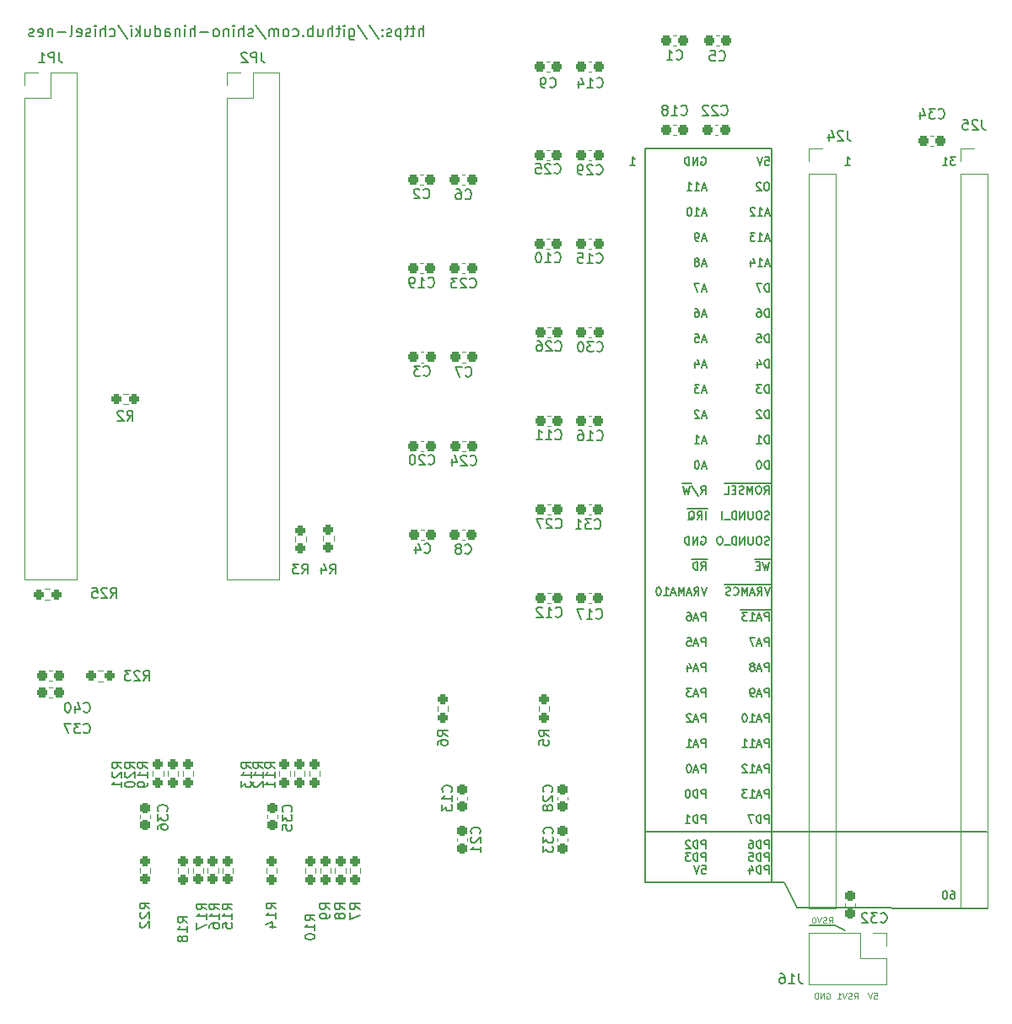
<source format=gbo>
G04 #@! TF.GenerationSoftware,KiCad,Pcbnew,(6.0.2)*
G04 #@! TF.CreationDate,2022-03-02T03:30:40+09:00*
G04 #@! TF.ProjectId,nes_peripheral,6e65735f-7065-4726-9970-686572616c2e,rev?*
G04 #@! TF.SameCoordinates,Original*
G04 #@! TF.FileFunction,Legend,Bot*
G04 #@! TF.FilePolarity,Positive*
%FSLAX46Y46*%
G04 Gerber Fmt 4.6, Leading zero omitted, Abs format (unit mm)*
G04 Created by KiCad (PCBNEW (6.0.2)) date 2022-03-02 03:30:40*
%MOMM*%
%LPD*%
G01*
G04 APERTURE LIST*
G04 Aperture macros list*
%AMRoundRect*
0 Rectangle with rounded corners*
0 $1 Rounding radius*
0 $2 $3 $4 $5 $6 $7 $8 $9 X,Y pos of 4 corners*
0 Add a 4 corners polygon primitive as box body*
4,1,4,$2,$3,$4,$5,$6,$7,$8,$9,$2,$3,0*
0 Add four circle primitives for the rounded corners*
1,1,$1+$1,$2,$3*
1,1,$1+$1,$4,$5*
1,1,$1+$1,$6,$7*
1,1,$1+$1,$8,$9*
0 Add four rect primitives between the rounded corners*
20,1,$1+$1,$2,$3,$4,$5,0*
20,1,$1+$1,$4,$5,$6,$7,0*
20,1,$1+$1,$6,$7,$8,$9,0*
20,1,$1+$1,$8,$9,$2,$3,0*%
G04 Aperture macros list end*
%ADD10C,0.150000*%
%ADD11C,0.100000*%
%ADD12C,0.200000*%
%ADD13C,0.120000*%
%ADD14R,1.700000X1.700000*%
%ADD15O,1.700000X1.700000*%
%ADD16C,3.600000*%
%ADD17C,6.400000*%
%ADD18R,3.000000X3.000000*%
%ADD19C,3.000000*%
%ADD20O,4.700000X2.000000*%
%ADD21O,4.200000X2.000000*%
%ADD22O,2.000000X4.200000*%
%ADD23RoundRect,0.237500X-0.300000X-0.237500X0.300000X-0.237500X0.300000X0.237500X-0.300000X0.237500X0*%
%ADD24RoundRect,0.237500X-0.237500X0.250000X-0.237500X-0.250000X0.237500X-0.250000X0.237500X0.250000X0*%
%ADD25RoundRect,0.237500X0.237500X-0.250000X0.237500X0.250000X-0.237500X0.250000X-0.237500X-0.250000X0*%
%ADD26RoundRect,0.237500X-0.237500X0.300000X-0.237500X-0.300000X0.237500X-0.300000X0.237500X0.300000X0*%
%ADD27RoundRect,0.237500X0.300000X0.237500X-0.300000X0.237500X-0.300000X-0.237500X0.300000X-0.237500X0*%
%ADD28RoundRect,0.237500X-0.250000X-0.237500X0.250000X-0.237500X0.250000X0.237500X-0.250000X0.237500X0*%
%ADD29RoundRect,0.237500X0.237500X-0.300000X0.237500X0.300000X-0.237500X0.300000X-0.237500X-0.300000X0*%
G04 APERTURE END LIST*
D10*
X109220000Y-130810000D02*
X118110000Y-130810000D01*
X138430000Y-125730000D02*
X104140000Y-125730000D01*
X119380000Y-133350000D02*
X138490000Y-133410000D01*
X123190000Y-135128000D02*
X124206000Y-135636000D01*
X120650000Y-135128000D02*
X123190000Y-135128000D01*
X118110000Y-130810000D02*
X119380000Y-133350000D01*
X116840000Y-130810000D02*
X104140000Y-130810000D01*
X104140000Y-130810000D02*
X104140000Y-57150000D01*
X104140000Y-57150000D02*
X116840000Y-57150000D01*
X116840000Y-57150000D02*
X116840000Y-130810000D01*
X110240119Y-76333333D02*
X109859166Y-76333333D01*
X110316309Y-76561904D02*
X110049642Y-75761904D01*
X109782976Y-76561904D01*
X109135357Y-75761904D02*
X109516309Y-75761904D01*
X109554404Y-76142857D01*
X109516309Y-76104761D01*
X109440119Y-76066666D01*
X109249642Y-76066666D01*
X109173452Y-76104761D01*
X109135357Y-76142857D01*
X109097261Y-76219047D01*
X109097261Y-76409523D01*
X109135357Y-76485714D01*
X109173452Y-76523809D01*
X109249642Y-76561904D01*
X109440119Y-76561904D01*
X109516309Y-76523809D01*
X109554404Y-76485714D01*
X109782976Y-58020000D02*
X109859166Y-57981904D01*
X109973452Y-57981904D01*
X110087738Y-58020000D01*
X110163928Y-58096190D01*
X110202023Y-58172380D01*
X110240119Y-58324761D01*
X110240119Y-58439047D01*
X110202023Y-58591428D01*
X110163928Y-58667619D01*
X110087738Y-58743809D01*
X109973452Y-58781904D01*
X109897261Y-58781904D01*
X109782976Y-58743809D01*
X109744880Y-58705714D01*
X109744880Y-58439047D01*
X109897261Y-58439047D01*
X109402023Y-58781904D02*
X109402023Y-57981904D01*
X108944880Y-58781904D01*
X108944880Y-57981904D01*
X108563928Y-58781904D02*
X108563928Y-57981904D01*
X108373452Y-57981904D01*
X108259166Y-58020000D01*
X108182976Y-58096190D01*
X108144880Y-58172380D01*
X108106785Y-58324761D01*
X108106785Y-58439047D01*
X108144880Y-58591428D01*
X108182976Y-58667619D01*
X108259166Y-58743809D01*
X108373452Y-58781904D01*
X108563928Y-58781904D01*
X110240119Y-83953333D02*
X109859166Y-83953333D01*
X110316309Y-84181904D02*
X110049642Y-83381904D01*
X109782976Y-84181904D01*
X109554404Y-83458095D02*
X109516309Y-83420000D01*
X109440119Y-83381904D01*
X109249642Y-83381904D01*
X109173452Y-83420000D01*
X109135357Y-83458095D01*
X109097261Y-83534285D01*
X109097261Y-83610476D01*
X109135357Y-83724761D01*
X109592500Y-84181904D01*
X109097261Y-84181904D01*
X116552023Y-122281904D02*
X116552023Y-121481904D01*
X116247261Y-121481904D01*
X116171071Y-121520000D01*
X116132976Y-121558095D01*
X116094880Y-121634285D01*
X116094880Y-121748571D01*
X116132976Y-121824761D01*
X116171071Y-121862857D01*
X116247261Y-121900952D01*
X116552023Y-121900952D01*
X115790119Y-122053333D02*
X115409166Y-122053333D01*
X115866309Y-122281904D02*
X115599642Y-121481904D01*
X115332976Y-122281904D01*
X114647261Y-122281904D02*
X115104404Y-122281904D01*
X114875833Y-122281904D02*
X114875833Y-121481904D01*
X114952023Y-121596190D01*
X115028214Y-121672380D01*
X115104404Y-121710476D01*
X114380595Y-121481904D02*
X113885357Y-121481904D01*
X114152023Y-121786666D01*
X114037738Y-121786666D01*
X113961547Y-121824761D01*
X113923452Y-121862857D01*
X113885357Y-121939047D01*
X113885357Y-122129523D01*
X113923452Y-122205714D01*
X113961547Y-122243809D01*
X114037738Y-122281904D01*
X114266309Y-122281904D01*
X114342500Y-122243809D01*
X114380595Y-122205714D01*
X110316309Y-101161904D02*
X110049642Y-101961904D01*
X109782976Y-101161904D01*
X109059166Y-101961904D02*
X109325833Y-101580952D01*
X109516309Y-101961904D02*
X109516309Y-101161904D01*
X109211547Y-101161904D01*
X109135357Y-101200000D01*
X109097261Y-101238095D01*
X109059166Y-101314285D01*
X109059166Y-101428571D01*
X109097261Y-101504761D01*
X109135357Y-101542857D01*
X109211547Y-101580952D01*
X109516309Y-101580952D01*
X108754404Y-101733333D02*
X108373452Y-101733333D01*
X108830595Y-101961904D02*
X108563928Y-101161904D01*
X108297261Y-101961904D01*
X108030595Y-101961904D02*
X108030595Y-101161904D01*
X107763928Y-101733333D01*
X107497261Y-101161904D01*
X107497261Y-101961904D01*
X107154404Y-101733333D02*
X106773452Y-101733333D01*
X107230595Y-101961904D02*
X106963928Y-101161904D01*
X106697261Y-101961904D01*
X106011547Y-101961904D02*
X106468690Y-101961904D01*
X106240119Y-101961904D02*
X106240119Y-101161904D01*
X106316309Y-101276190D01*
X106392500Y-101352380D01*
X106468690Y-101390476D01*
X105516309Y-101161904D02*
X105440119Y-101161904D01*
X105363928Y-101200000D01*
X105325833Y-101238095D01*
X105287738Y-101314285D01*
X105249642Y-101466666D01*
X105249642Y-101657142D01*
X105287738Y-101809523D01*
X105325833Y-101885714D01*
X105363928Y-101923809D01*
X105440119Y-101961904D01*
X105516309Y-101961904D01*
X105592500Y-101923809D01*
X105630595Y-101885714D01*
X105668690Y-101809523D01*
X105706785Y-101657142D01*
X105706785Y-101466666D01*
X105668690Y-101314285D01*
X105630595Y-101238095D01*
X105592500Y-101200000D01*
X105516309Y-101161904D01*
X110202023Y-109581904D02*
X110202023Y-108781904D01*
X109897261Y-108781904D01*
X109821071Y-108820000D01*
X109782976Y-108858095D01*
X109744880Y-108934285D01*
X109744880Y-109048571D01*
X109782976Y-109124761D01*
X109821071Y-109162857D01*
X109897261Y-109200952D01*
X110202023Y-109200952D01*
X109440119Y-109353333D02*
X109059166Y-109353333D01*
X109516309Y-109581904D02*
X109249642Y-108781904D01*
X108982976Y-109581904D01*
X108373452Y-109048571D02*
X108373452Y-109581904D01*
X108563928Y-108743809D02*
X108754404Y-109315238D01*
X108259166Y-109315238D01*
X116552023Y-128631904D02*
X116552023Y-127831904D01*
X116247261Y-127831904D01*
X116171071Y-127870000D01*
X116132976Y-127908095D01*
X116094880Y-127984285D01*
X116094880Y-128098571D01*
X116132976Y-128174761D01*
X116171071Y-128212857D01*
X116247261Y-128250952D01*
X116552023Y-128250952D01*
X115752023Y-128631904D02*
X115752023Y-127831904D01*
X115561547Y-127831904D01*
X115447261Y-127870000D01*
X115371071Y-127946190D01*
X115332976Y-128022380D01*
X115294880Y-128174761D01*
X115294880Y-128289047D01*
X115332976Y-128441428D01*
X115371071Y-128517619D01*
X115447261Y-128593809D01*
X115561547Y-128631904D01*
X115752023Y-128631904D01*
X114571071Y-127831904D02*
X114952023Y-127831904D01*
X114990119Y-128212857D01*
X114952023Y-128174761D01*
X114875833Y-128136666D01*
X114685357Y-128136666D01*
X114609166Y-128174761D01*
X114571071Y-128212857D01*
X114532976Y-128289047D01*
X114532976Y-128479523D01*
X114571071Y-128555714D01*
X114609166Y-128593809D01*
X114685357Y-128631904D01*
X114875833Y-128631904D01*
X114952023Y-128593809D01*
X114990119Y-128555714D01*
X110392500Y-93316000D02*
X110011547Y-93316000D01*
X110202023Y-94341904D02*
X110202023Y-93541904D01*
X110011547Y-93316000D02*
X109211547Y-93316000D01*
X109363928Y-94341904D02*
X109630595Y-93960952D01*
X109821071Y-94341904D02*
X109821071Y-93541904D01*
X109516309Y-93541904D01*
X109440119Y-93580000D01*
X109402023Y-93618095D01*
X109363928Y-93694285D01*
X109363928Y-93808571D01*
X109402023Y-93884761D01*
X109440119Y-93922857D01*
X109516309Y-93960952D01*
X109821071Y-93960952D01*
X109211547Y-93316000D02*
X108373452Y-93316000D01*
X108487738Y-94418095D02*
X108563928Y-94380000D01*
X108640119Y-94303809D01*
X108754404Y-94189523D01*
X108830595Y-94151428D01*
X108906785Y-94151428D01*
X108868690Y-94341904D02*
X108944880Y-94303809D01*
X109021071Y-94227619D01*
X109059166Y-94075238D01*
X109059166Y-93808571D01*
X109021071Y-93656190D01*
X108944880Y-93580000D01*
X108868690Y-93541904D01*
X108716309Y-93541904D01*
X108640119Y-93580000D01*
X108563928Y-93656190D01*
X108525833Y-93808571D01*
X108525833Y-94075238D01*
X108563928Y-94227619D01*
X108640119Y-94303809D01*
X108716309Y-94341904D01*
X108868690Y-94341904D01*
X116552023Y-84181904D02*
X116552023Y-83381904D01*
X116361547Y-83381904D01*
X116247261Y-83420000D01*
X116171071Y-83496190D01*
X116132976Y-83572380D01*
X116094880Y-83724761D01*
X116094880Y-83839047D01*
X116132976Y-83991428D01*
X116171071Y-84067619D01*
X116247261Y-84143809D01*
X116361547Y-84181904D01*
X116552023Y-84181904D01*
X115790119Y-83458095D02*
X115752023Y-83420000D01*
X115675833Y-83381904D01*
X115485357Y-83381904D01*
X115409166Y-83420000D01*
X115371071Y-83458095D01*
X115332976Y-83534285D01*
X115332976Y-83610476D01*
X115371071Y-83724761D01*
X115828214Y-84181904D01*
X115332976Y-84181904D01*
X110202023Y-117201904D02*
X110202023Y-116401904D01*
X109897261Y-116401904D01*
X109821071Y-116440000D01*
X109782976Y-116478095D01*
X109744880Y-116554285D01*
X109744880Y-116668571D01*
X109782976Y-116744761D01*
X109821071Y-116782857D01*
X109897261Y-116820952D01*
X110202023Y-116820952D01*
X109440119Y-116973333D02*
X109059166Y-116973333D01*
X109516309Y-117201904D02*
X109249642Y-116401904D01*
X108982976Y-117201904D01*
X108297261Y-117201904D02*
X108754404Y-117201904D01*
X108525833Y-117201904D02*
X108525833Y-116401904D01*
X108602023Y-116516190D01*
X108678214Y-116592380D01*
X108754404Y-116630476D01*
X110240119Y-78873333D02*
X109859166Y-78873333D01*
X110316309Y-79101904D02*
X110049642Y-78301904D01*
X109782976Y-79101904D01*
X109173452Y-78568571D02*
X109173452Y-79101904D01*
X109363928Y-78263809D02*
X109554404Y-78835238D01*
X109059166Y-78835238D01*
X116552023Y-112121904D02*
X116552023Y-111321904D01*
X116247261Y-111321904D01*
X116171071Y-111360000D01*
X116132976Y-111398095D01*
X116094880Y-111474285D01*
X116094880Y-111588571D01*
X116132976Y-111664761D01*
X116171071Y-111702857D01*
X116247261Y-111740952D01*
X116552023Y-111740952D01*
X115790119Y-111893333D02*
X115409166Y-111893333D01*
X115866309Y-112121904D02*
X115599642Y-111321904D01*
X115332976Y-112121904D01*
X115028214Y-112121904D02*
X114875833Y-112121904D01*
X114799642Y-112083809D01*
X114761547Y-112045714D01*
X114685357Y-111931428D01*
X114647261Y-111779047D01*
X114647261Y-111474285D01*
X114685357Y-111398095D01*
X114723452Y-111360000D01*
X114799642Y-111321904D01*
X114952023Y-111321904D01*
X115028214Y-111360000D01*
X115066309Y-111398095D01*
X115104404Y-111474285D01*
X115104404Y-111664761D01*
X115066309Y-111740952D01*
X115028214Y-111779047D01*
X114952023Y-111817142D01*
X114799642Y-111817142D01*
X114723452Y-111779047D01*
X114685357Y-111740952D01*
X114647261Y-111664761D01*
X116552023Y-119741904D02*
X116552023Y-118941904D01*
X116247261Y-118941904D01*
X116171071Y-118980000D01*
X116132976Y-119018095D01*
X116094880Y-119094285D01*
X116094880Y-119208571D01*
X116132976Y-119284761D01*
X116171071Y-119322857D01*
X116247261Y-119360952D01*
X116552023Y-119360952D01*
X115790119Y-119513333D02*
X115409166Y-119513333D01*
X115866309Y-119741904D02*
X115599642Y-118941904D01*
X115332976Y-119741904D01*
X114647261Y-119741904D02*
X115104404Y-119741904D01*
X114875833Y-119741904D02*
X114875833Y-118941904D01*
X114952023Y-119056190D01*
X115028214Y-119132380D01*
X115104404Y-119170476D01*
X114342500Y-119018095D02*
X114304404Y-118980000D01*
X114228214Y-118941904D01*
X114037738Y-118941904D01*
X113961547Y-118980000D01*
X113923452Y-119018095D01*
X113885357Y-119094285D01*
X113885357Y-119170476D01*
X113923452Y-119284761D01*
X114380595Y-119741904D01*
X113885357Y-119741904D01*
X110202023Y-114661904D02*
X110202023Y-113861904D01*
X109897261Y-113861904D01*
X109821071Y-113900000D01*
X109782976Y-113938095D01*
X109744880Y-114014285D01*
X109744880Y-114128571D01*
X109782976Y-114204761D01*
X109821071Y-114242857D01*
X109897261Y-114280952D01*
X110202023Y-114280952D01*
X109440119Y-114433333D02*
X109059166Y-114433333D01*
X109516309Y-114661904D02*
X109249642Y-113861904D01*
X108982976Y-114661904D01*
X108754404Y-113938095D02*
X108716309Y-113900000D01*
X108640119Y-113861904D01*
X108449642Y-113861904D01*
X108373452Y-113900000D01*
X108335357Y-113938095D01*
X108297261Y-114014285D01*
X108297261Y-114090476D01*
X108335357Y-114204761D01*
X108792500Y-114661904D01*
X108297261Y-114661904D01*
X116171071Y-57981904D02*
X116552023Y-57981904D01*
X116590119Y-58362857D01*
X116552023Y-58324761D01*
X116475833Y-58286666D01*
X116285357Y-58286666D01*
X116209166Y-58324761D01*
X116171071Y-58362857D01*
X116132976Y-58439047D01*
X116132976Y-58629523D01*
X116171071Y-58705714D01*
X116209166Y-58743809D01*
X116285357Y-58781904D01*
X116475833Y-58781904D01*
X116552023Y-58743809D01*
X116590119Y-58705714D01*
X115904404Y-57981904D02*
X115637738Y-58781904D01*
X115371071Y-57981904D01*
X110202023Y-119741904D02*
X110202023Y-118941904D01*
X109897261Y-118941904D01*
X109821071Y-118980000D01*
X109782976Y-119018095D01*
X109744880Y-119094285D01*
X109744880Y-119208571D01*
X109782976Y-119284761D01*
X109821071Y-119322857D01*
X109897261Y-119360952D01*
X110202023Y-119360952D01*
X109440119Y-119513333D02*
X109059166Y-119513333D01*
X109516309Y-119741904D02*
X109249642Y-118941904D01*
X108982976Y-119741904D01*
X108563928Y-118941904D02*
X108487738Y-118941904D01*
X108411547Y-118980000D01*
X108373452Y-119018095D01*
X108335357Y-119094285D01*
X108297261Y-119246666D01*
X108297261Y-119437142D01*
X108335357Y-119589523D01*
X108373452Y-119665714D01*
X108411547Y-119703809D01*
X108487738Y-119741904D01*
X108563928Y-119741904D01*
X108640119Y-119703809D01*
X108678214Y-119665714D01*
X108716309Y-119589523D01*
X108754404Y-119437142D01*
X108754404Y-119246666D01*
X108716309Y-119094285D01*
X108678214Y-119018095D01*
X108640119Y-118980000D01*
X108563928Y-118941904D01*
D11*
X122562857Y-134891428D02*
X122762857Y-134605714D01*
X122905714Y-134891428D02*
X122905714Y-134291428D01*
X122677142Y-134291428D01*
X122620000Y-134320000D01*
X122591428Y-134348571D01*
X122562857Y-134405714D01*
X122562857Y-134491428D01*
X122591428Y-134548571D01*
X122620000Y-134577142D01*
X122677142Y-134605714D01*
X122905714Y-134605714D01*
X122334285Y-134862857D02*
X122248571Y-134891428D01*
X122105714Y-134891428D01*
X122048571Y-134862857D01*
X122020000Y-134834285D01*
X121991428Y-134777142D01*
X121991428Y-134720000D01*
X122020000Y-134662857D01*
X122048571Y-134634285D01*
X122105714Y-134605714D01*
X122220000Y-134577142D01*
X122277142Y-134548571D01*
X122305714Y-134520000D01*
X122334285Y-134462857D01*
X122334285Y-134405714D01*
X122305714Y-134348571D01*
X122277142Y-134320000D01*
X122220000Y-134291428D01*
X122077142Y-134291428D01*
X121991428Y-134320000D01*
X121820000Y-134291428D02*
X121620000Y-134891428D01*
X121420000Y-134291428D01*
X121105714Y-134291428D02*
X121048571Y-134291428D01*
X120991428Y-134320000D01*
X120962857Y-134348571D01*
X120934285Y-134405714D01*
X120905714Y-134520000D01*
X120905714Y-134662857D01*
X120934285Y-134777142D01*
X120962857Y-134834285D01*
X120991428Y-134862857D01*
X121048571Y-134891428D01*
X121105714Y-134891428D01*
X121162857Y-134862857D01*
X121191428Y-134834285D01*
X121220000Y-134777142D01*
X121248571Y-134662857D01*
X121248571Y-134520000D01*
X121220000Y-134405714D01*
X121191428Y-134348571D01*
X121162857Y-134320000D01*
X121105714Y-134291428D01*
D10*
X110240119Y-71253333D02*
X109859166Y-71253333D01*
X110316309Y-71481904D02*
X110049642Y-70681904D01*
X109782976Y-71481904D01*
X109592500Y-70681904D02*
X109059166Y-70681904D01*
X109402023Y-71481904D01*
X110240119Y-73793333D02*
X109859166Y-73793333D01*
X110316309Y-74021904D02*
X110049642Y-73221904D01*
X109782976Y-74021904D01*
X109173452Y-73221904D02*
X109325833Y-73221904D01*
X109402023Y-73260000D01*
X109440119Y-73298095D01*
X109516309Y-73412380D01*
X109554404Y-73564761D01*
X109554404Y-73869523D01*
X109516309Y-73945714D01*
X109478214Y-73983809D01*
X109402023Y-74021904D01*
X109249642Y-74021904D01*
X109173452Y-73983809D01*
X109135357Y-73945714D01*
X109097261Y-73869523D01*
X109097261Y-73679047D01*
X109135357Y-73602857D01*
X109173452Y-73564761D01*
X109249642Y-73526666D01*
X109402023Y-73526666D01*
X109478214Y-73564761D01*
X109516309Y-73602857D01*
X109554404Y-73679047D01*
X110202023Y-127361904D02*
X110202023Y-126561904D01*
X109897261Y-126561904D01*
X109821071Y-126600000D01*
X109782976Y-126638095D01*
X109744880Y-126714285D01*
X109744880Y-126828571D01*
X109782976Y-126904761D01*
X109821071Y-126942857D01*
X109897261Y-126980952D01*
X110202023Y-126980952D01*
X109402023Y-127361904D02*
X109402023Y-126561904D01*
X109211547Y-126561904D01*
X109097261Y-126600000D01*
X109021071Y-126676190D01*
X108982976Y-126752380D01*
X108944880Y-126904761D01*
X108944880Y-127019047D01*
X108982976Y-127171428D01*
X109021071Y-127247619D01*
X109097261Y-127323809D01*
X109211547Y-127361904D01*
X109402023Y-127361904D01*
X108640119Y-126638095D02*
X108602023Y-126600000D01*
X108525833Y-126561904D01*
X108335357Y-126561904D01*
X108259166Y-126600000D01*
X108221071Y-126638095D01*
X108182976Y-126714285D01*
X108182976Y-126790476D01*
X108221071Y-126904761D01*
X108678214Y-127361904D01*
X108182976Y-127361904D01*
X116590119Y-68713333D02*
X116209166Y-68713333D01*
X116666309Y-68941904D02*
X116399642Y-68141904D01*
X116132976Y-68941904D01*
X115447261Y-68941904D02*
X115904404Y-68941904D01*
X115675833Y-68941904D02*
X115675833Y-68141904D01*
X115752023Y-68256190D01*
X115828214Y-68332380D01*
X115904404Y-68370476D01*
X114761547Y-68408571D02*
X114761547Y-68941904D01*
X114952023Y-68103809D02*
X115142500Y-68675238D01*
X114647261Y-68675238D01*
X135267619Y-57981904D02*
X134772380Y-57981904D01*
X135039047Y-58286666D01*
X134924761Y-58286666D01*
X134848571Y-58324761D01*
X134810476Y-58362857D01*
X134772380Y-58439047D01*
X134772380Y-58629523D01*
X134810476Y-58705714D01*
X134848571Y-58743809D01*
X134924761Y-58781904D01*
X135153333Y-58781904D01*
X135229523Y-58743809D01*
X135267619Y-58705714D01*
X134010476Y-58781904D02*
X134467619Y-58781904D01*
X134239047Y-58781904D02*
X134239047Y-57981904D01*
X134315238Y-58096190D01*
X134391428Y-58172380D01*
X134467619Y-58210476D01*
X110240119Y-86493333D02*
X109859166Y-86493333D01*
X110316309Y-86721904D02*
X110049642Y-85921904D01*
X109782976Y-86721904D01*
X109097261Y-86721904D02*
X109554404Y-86721904D01*
X109325833Y-86721904D02*
X109325833Y-85921904D01*
X109402023Y-86036190D01*
X109478214Y-86112380D01*
X109554404Y-86150476D01*
D11*
X127114285Y-141911428D02*
X127400000Y-141911428D01*
X127428571Y-142197142D01*
X127400000Y-142168571D01*
X127342857Y-142140000D01*
X127200000Y-142140000D01*
X127142857Y-142168571D01*
X127114285Y-142197142D01*
X127085714Y-142254285D01*
X127085714Y-142397142D01*
X127114285Y-142454285D01*
X127142857Y-142482857D01*
X127200000Y-142511428D01*
X127342857Y-142511428D01*
X127400000Y-142482857D01*
X127428571Y-142454285D01*
X126914285Y-141911428D02*
X126714285Y-142511428D01*
X126514285Y-141911428D01*
D10*
X110202023Y-112121904D02*
X110202023Y-111321904D01*
X109897261Y-111321904D01*
X109821071Y-111360000D01*
X109782976Y-111398095D01*
X109744880Y-111474285D01*
X109744880Y-111588571D01*
X109782976Y-111664761D01*
X109821071Y-111702857D01*
X109897261Y-111740952D01*
X110202023Y-111740952D01*
X109440119Y-111893333D02*
X109059166Y-111893333D01*
X109516309Y-112121904D02*
X109249642Y-111321904D01*
X108982976Y-112121904D01*
X108792500Y-111321904D02*
X108297261Y-111321904D01*
X108563928Y-111626666D01*
X108449642Y-111626666D01*
X108373452Y-111664761D01*
X108335357Y-111702857D01*
X108297261Y-111779047D01*
X108297261Y-111969523D01*
X108335357Y-112045714D01*
X108373452Y-112083809D01*
X108449642Y-112121904D01*
X108678214Y-112121904D01*
X108754404Y-112083809D01*
X108792500Y-112045714D01*
D11*
X125102857Y-142511428D02*
X125302857Y-142225714D01*
X125445714Y-142511428D02*
X125445714Y-141911428D01*
X125217142Y-141911428D01*
X125160000Y-141940000D01*
X125131428Y-141968571D01*
X125102857Y-142025714D01*
X125102857Y-142111428D01*
X125131428Y-142168571D01*
X125160000Y-142197142D01*
X125217142Y-142225714D01*
X125445714Y-142225714D01*
X124874285Y-142482857D02*
X124788571Y-142511428D01*
X124645714Y-142511428D01*
X124588571Y-142482857D01*
X124560000Y-142454285D01*
X124531428Y-142397142D01*
X124531428Y-142340000D01*
X124560000Y-142282857D01*
X124588571Y-142254285D01*
X124645714Y-142225714D01*
X124760000Y-142197142D01*
X124817142Y-142168571D01*
X124845714Y-142140000D01*
X124874285Y-142082857D01*
X124874285Y-142025714D01*
X124845714Y-141968571D01*
X124817142Y-141940000D01*
X124760000Y-141911428D01*
X124617142Y-141911428D01*
X124531428Y-141940000D01*
X124360000Y-141911428D02*
X124160000Y-142511428D01*
X123960000Y-141911428D01*
X123445714Y-142511428D02*
X123788571Y-142511428D01*
X123617142Y-142511428D02*
X123617142Y-141911428D01*
X123674285Y-141997142D01*
X123731428Y-142054285D01*
X123788571Y-142082857D01*
D10*
X116552023Y-117201904D02*
X116552023Y-116401904D01*
X116247261Y-116401904D01*
X116171071Y-116440000D01*
X116132976Y-116478095D01*
X116094880Y-116554285D01*
X116094880Y-116668571D01*
X116132976Y-116744761D01*
X116171071Y-116782857D01*
X116247261Y-116820952D01*
X116552023Y-116820952D01*
X115790119Y-116973333D02*
X115409166Y-116973333D01*
X115866309Y-117201904D02*
X115599642Y-116401904D01*
X115332976Y-117201904D01*
X114647261Y-117201904D02*
X115104404Y-117201904D01*
X114875833Y-117201904D02*
X114875833Y-116401904D01*
X114952023Y-116516190D01*
X115028214Y-116592380D01*
X115104404Y-116630476D01*
X113885357Y-117201904D02*
X114342500Y-117201904D01*
X114113928Y-117201904D02*
X114113928Y-116401904D01*
X114190119Y-116516190D01*
X114266309Y-116592380D01*
X114342500Y-116630476D01*
X110240119Y-81413333D02*
X109859166Y-81413333D01*
X110316309Y-81641904D02*
X110049642Y-80841904D01*
X109782976Y-81641904D01*
X109592500Y-80841904D02*
X109097261Y-80841904D01*
X109363928Y-81146666D01*
X109249642Y-81146666D01*
X109173452Y-81184761D01*
X109135357Y-81222857D01*
X109097261Y-81299047D01*
X109097261Y-81489523D01*
X109135357Y-81565714D01*
X109173452Y-81603809D01*
X109249642Y-81641904D01*
X109478214Y-81641904D01*
X109554404Y-81603809D01*
X109592500Y-81565714D01*
X116742500Y-103476000D02*
X115942500Y-103476000D01*
X116552023Y-104501904D02*
X116552023Y-103701904D01*
X116247261Y-103701904D01*
X116171071Y-103740000D01*
X116132976Y-103778095D01*
X116094880Y-103854285D01*
X116094880Y-103968571D01*
X116132976Y-104044761D01*
X116171071Y-104082857D01*
X116247261Y-104120952D01*
X116552023Y-104120952D01*
X115942500Y-103476000D02*
X115256785Y-103476000D01*
X115790119Y-104273333D02*
X115409166Y-104273333D01*
X115866309Y-104501904D02*
X115599642Y-103701904D01*
X115332976Y-104501904D01*
X115256785Y-103476000D02*
X114494880Y-103476000D01*
X114647261Y-104501904D02*
X115104404Y-104501904D01*
X114875833Y-104501904D02*
X114875833Y-103701904D01*
X114952023Y-103816190D01*
X115028214Y-103892380D01*
X115104404Y-103930476D01*
X114494880Y-103476000D02*
X113732976Y-103476000D01*
X114380595Y-103701904D02*
X113885357Y-103701904D01*
X114152023Y-104006666D01*
X114037738Y-104006666D01*
X113961547Y-104044761D01*
X113923452Y-104082857D01*
X113885357Y-104159047D01*
X113885357Y-104349523D01*
X113923452Y-104425714D01*
X113961547Y-104463809D01*
X114037738Y-104501904D01*
X114266309Y-104501904D01*
X114342500Y-104463809D01*
X114380595Y-104425714D01*
X116590119Y-63633333D02*
X116209166Y-63633333D01*
X116666309Y-63861904D02*
X116399642Y-63061904D01*
X116132976Y-63861904D01*
X115447261Y-63861904D02*
X115904404Y-63861904D01*
X115675833Y-63861904D02*
X115675833Y-63061904D01*
X115752023Y-63176190D01*
X115828214Y-63252380D01*
X115904404Y-63290476D01*
X115142500Y-63138095D02*
X115104404Y-63100000D01*
X115028214Y-63061904D01*
X114837738Y-63061904D01*
X114761547Y-63100000D01*
X114723452Y-63138095D01*
X114685357Y-63214285D01*
X114685357Y-63290476D01*
X114723452Y-63404761D01*
X115180595Y-63861904D01*
X114685357Y-63861904D01*
X116552023Y-86721904D02*
X116552023Y-85921904D01*
X116361547Y-85921904D01*
X116247261Y-85960000D01*
X116171071Y-86036190D01*
X116132976Y-86112380D01*
X116094880Y-86264761D01*
X116094880Y-86379047D01*
X116132976Y-86531428D01*
X116171071Y-86607619D01*
X116247261Y-86683809D01*
X116361547Y-86721904D01*
X116552023Y-86721904D01*
X115332976Y-86721904D02*
X115790119Y-86721904D01*
X115561547Y-86721904D02*
X115561547Y-85921904D01*
X115637738Y-86036190D01*
X115713928Y-86112380D01*
X115790119Y-86150476D01*
X116590119Y-66173333D02*
X116209166Y-66173333D01*
X116666309Y-66401904D02*
X116399642Y-65601904D01*
X116132976Y-66401904D01*
X115447261Y-66401904D02*
X115904404Y-66401904D01*
X115675833Y-66401904D02*
X115675833Y-65601904D01*
X115752023Y-65716190D01*
X115828214Y-65792380D01*
X115904404Y-65830476D01*
X115180595Y-65601904D02*
X114685357Y-65601904D01*
X114952023Y-65906666D01*
X114837738Y-65906666D01*
X114761547Y-65944761D01*
X114723452Y-65982857D01*
X114685357Y-66059047D01*
X114685357Y-66249523D01*
X114723452Y-66325714D01*
X114761547Y-66363809D01*
X114837738Y-66401904D01*
X115066309Y-66401904D01*
X115142500Y-66363809D01*
X115180595Y-66325714D01*
X116399642Y-60521904D02*
X116247261Y-60521904D01*
X116171071Y-60560000D01*
X116094880Y-60636190D01*
X116056785Y-60788571D01*
X116056785Y-61055238D01*
X116094880Y-61207619D01*
X116171071Y-61283809D01*
X116247261Y-61321904D01*
X116399642Y-61321904D01*
X116475833Y-61283809D01*
X116552023Y-61207619D01*
X116590119Y-61055238D01*
X116590119Y-60788571D01*
X116552023Y-60636190D01*
X116475833Y-60560000D01*
X116399642Y-60521904D01*
X115752023Y-60598095D02*
X115713928Y-60560000D01*
X115637738Y-60521904D01*
X115447261Y-60521904D01*
X115371071Y-60560000D01*
X115332976Y-60598095D01*
X115294880Y-60674285D01*
X115294880Y-60750476D01*
X115332976Y-60864761D01*
X115790119Y-61321904D01*
X115294880Y-61321904D01*
X109821071Y-129101904D02*
X110202023Y-129101904D01*
X110240119Y-129482857D01*
X110202023Y-129444761D01*
X110125833Y-129406666D01*
X109935357Y-129406666D01*
X109859166Y-129444761D01*
X109821071Y-129482857D01*
X109782976Y-129559047D01*
X109782976Y-129749523D01*
X109821071Y-129825714D01*
X109859166Y-129863809D01*
X109935357Y-129901904D01*
X110125833Y-129901904D01*
X110202023Y-129863809D01*
X110240119Y-129825714D01*
X109554404Y-129101904D02*
X109287738Y-129901904D01*
X109021071Y-129101904D01*
X110202023Y-104501904D02*
X110202023Y-103701904D01*
X109897261Y-103701904D01*
X109821071Y-103740000D01*
X109782976Y-103778095D01*
X109744880Y-103854285D01*
X109744880Y-103968571D01*
X109782976Y-104044761D01*
X109821071Y-104082857D01*
X109897261Y-104120952D01*
X110202023Y-104120952D01*
X109440119Y-104273333D02*
X109059166Y-104273333D01*
X109516309Y-104501904D02*
X109249642Y-103701904D01*
X108982976Y-104501904D01*
X108373452Y-103701904D02*
X108525833Y-103701904D01*
X108602023Y-103740000D01*
X108640119Y-103778095D01*
X108716309Y-103892380D01*
X108754404Y-104044761D01*
X108754404Y-104349523D01*
X108716309Y-104425714D01*
X108678214Y-104463809D01*
X108602023Y-104501904D01*
X108449642Y-104501904D01*
X108373452Y-104463809D01*
X108335357Y-104425714D01*
X108297261Y-104349523D01*
X108297261Y-104159047D01*
X108335357Y-104082857D01*
X108373452Y-104044761D01*
X108449642Y-104006666D01*
X108602023Y-104006666D01*
X108678214Y-104044761D01*
X108716309Y-104082857D01*
X108754404Y-104159047D01*
X116552023Y-89261904D02*
X116552023Y-88461904D01*
X116361547Y-88461904D01*
X116247261Y-88500000D01*
X116171071Y-88576190D01*
X116132976Y-88652380D01*
X116094880Y-88804761D01*
X116094880Y-88919047D01*
X116132976Y-89071428D01*
X116171071Y-89147619D01*
X116247261Y-89223809D01*
X116361547Y-89261904D01*
X116552023Y-89261904D01*
X115599642Y-88461904D02*
X115523452Y-88461904D01*
X115447261Y-88500000D01*
X115409166Y-88538095D01*
X115371071Y-88614285D01*
X115332976Y-88766666D01*
X115332976Y-88957142D01*
X115371071Y-89109523D01*
X115409166Y-89185714D01*
X115447261Y-89223809D01*
X115523452Y-89261904D01*
X115599642Y-89261904D01*
X115675833Y-89223809D01*
X115713928Y-89185714D01*
X115752023Y-89109523D01*
X115790119Y-88957142D01*
X115790119Y-88766666D01*
X115752023Y-88614285D01*
X115713928Y-88538095D01*
X115675833Y-88500000D01*
X115599642Y-88461904D01*
X110202023Y-128631904D02*
X110202023Y-127831904D01*
X109897261Y-127831904D01*
X109821071Y-127870000D01*
X109782976Y-127908095D01*
X109744880Y-127984285D01*
X109744880Y-128098571D01*
X109782976Y-128174761D01*
X109821071Y-128212857D01*
X109897261Y-128250952D01*
X110202023Y-128250952D01*
X109402023Y-128631904D02*
X109402023Y-127831904D01*
X109211547Y-127831904D01*
X109097261Y-127870000D01*
X109021071Y-127946190D01*
X108982976Y-128022380D01*
X108944880Y-128174761D01*
X108944880Y-128289047D01*
X108982976Y-128441428D01*
X109021071Y-128517619D01*
X109097261Y-128593809D01*
X109211547Y-128631904D01*
X109402023Y-128631904D01*
X108678214Y-127831904D02*
X108182976Y-127831904D01*
X108449642Y-128136666D01*
X108335357Y-128136666D01*
X108259166Y-128174761D01*
X108221071Y-128212857D01*
X108182976Y-128289047D01*
X108182976Y-128479523D01*
X108221071Y-128555714D01*
X108259166Y-128593809D01*
X108335357Y-128631904D01*
X108563928Y-128631904D01*
X108640119Y-128593809D01*
X108678214Y-128555714D01*
X116552023Y-129901904D02*
X116552023Y-129101904D01*
X116247261Y-129101904D01*
X116171071Y-129140000D01*
X116132976Y-129178095D01*
X116094880Y-129254285D01*
X116094880Y-129368571D01*
X116132976Y-129444761D01*
X116171071Y-129482857D01*
X116247261Y-129520952D01*
X116552023Y-129520952D01*
X115752023Y-129901904D02*
X115752023Y-129101904D01*
X115561547Y-129101904D01*
X115447261Y-129140000D01*
X115371071Y-129216190D01*
X115332976Y-129292380D01*
X115294880Y-129444761D01*
X115294880Y-129559047D01*
X115332976Y-129711428D01*
X115371071Y-129787619D01*
X115447261Y-129863809D01*
X115561547Y-129901904D01*
X115752023Y-129901904D01*
X114609166Y-129368571D02*
X114609166Y-129901904D01*
X114799642Y-129063809D02*
X114990119Y-129635238D01*
X114494880Y-129635238D01*
X116590119Y-94303809D02*
X116475833Y-94341904D01*
X116285357Y-94341904D01*
X116209166Y-94303809D01*
X116171071Y-94265714D01*
X116132976Y-94189523D01*
X116132976Y-94113333D01*
X116171071Y-94037142D01*
X116209166Y-93999047D01*
X116285357Y-93960952D01*
X116437738Y-93922857D01*
X116513928Y-93884761D01*
X116552023Y-93846666D01*
X116590119Y-93770476D01*
X116590119Y-93694285D01*
X116552023Y-93618095D01*
X116513928Y-93580000D01*
X116437738Y-93541904D01*
X116247261Y-93541904D01*
X116132976Y-93580000D01*
X115637738Y-93541904D02*
X115485357Y-93541904D01*
X115409166Y-93580000D01*
X115332976Y-93656190D01*
X115294880Y-93808571D01*
X115294880Y-94075238D01*
X115332976Y-94227619D01*
X115409166Y-94303809D01*
X115485357Y-94341904D01*
X115637738Y-94341904D01*
X115713928Y-94303809D01*
X115790119Y-94227619D01*
X115828214Y-94075238D01*
X115828214Y-93808571D01*
X115790119Y-93656190D01*
X115713928Y-93580000D01*
X115637738Y-93541904D01*
X114952023Y-93541904D02*
X114952023Y-94189523D01*
X114913928Y-94265714D01*
X114875833Y-94303809D01*
X114799642Y-94341904D01*
X114647261Y-94341904D01*
X114571071Y-94303809D01*
X114532976Y-94265714D01*
X114494880Y-94189523D01*
X114494880Y-93541904D01*
X114113928Y-94341904D02*
X114113928Y-93541904D01*
X113656785Y-94341904D01*
X113656785Y-93541904D01*
X113275833Y-94341904D02*
X113275833Y-93541904D01*
X113085357Y-93541904D01*
X112971071Y-93580000D01*
X112894880Y-93656190D01*
X112856785Y-93732380D01*
X112818690Y-93884761D01*
X112818690Y-93999047D01*
X112856785Y-94151428D01*
X112894880Y-94227619D01*
X112971071Y-94303809D01*
X113085357Y-94341904D01*
X113275833Y-94341904D01*
X112666309Y-94418095D02*
X112056785Y-94418095D01*
X111866309Y-94341904D02*
X111866309Y-93541904D01*
X110392500Y-98396000D02*
X109592500Y-98396000D01*
X109744880Y-99421904D02*
X110011547Y-99040952D01*
X110202023Y-99421904D02*
X110202023Y-98621904D01*
X109897261Y-98621904D01*
X109821071Y-98660000D01*
X109782976Y-98698095D01*
X109744880Y-98774285D01*
X109744880Y-98888571D01*
X109782976Y-98964761D01*
X109821071Y-99002857D01*
X109897261Y-99040952D01*
X110202023Y-99040952D01*
X109592500Y-98396000D02*
X108792500Y-98396000D01*
X109402023Y-99421904D02*
X109402023Y-98621904D01*
X109211547Y-98621904D01*
X109097261Y-98660000D01*
X109021071Y-98736190D01*
X108982976Y-98812380D01*
X108944880Y-98964761D01*
X108944880Y-99079047D01*
X108982976Y-99231428D01*
X109021071Y-99307619D01*
X109097261Y-99383809D01*
X109211547Y-99421904D01*
X109402023Y-99421904D01*
X110240119Y-68713333D02*
X109859166Y-68713333D01*
X110316309Y-68941904D02*
X110049642Y-68141904D01*
X109782976Y-68941904D01*
X109402023Y-68484761D02*
X109478214Y-68446666D01*
X109516309Y-68408571D01*
X109554404Y-68332380D01*
X109554404Y-68294285D01*
X109516309Y-68218095D01*
X109478214Y-68180000D01*
X109402023Y-68141904D01*
X109249642Y-68141904D01*
X109173452Y-68180000D01*
X109135357Y-68218095D01*
X109097261Y-68294285D01*
X109097261Y-68332380D01*
X109135357Y-68408571D01*
X109173452Y-68446666D01*
X109249642Y-68484761D01*
X109402023Y-68484761D01*
X109478214Y-68522857D01*
X109516309Y-68560952D01*
X109554404Y-68637142D01*
X109554404Y-68789523D01*
X109516309Y-68865714D01*
X109478214Y-68903809D01*
X109402023Y-68941904D01*
X109249642Y-68941904D01*
X109173452Y-68903809D01*
X109135357Y-68865714D01*
X109097261Y-68789523D01*
X109097261Y-68637142D01*
X109135357Y-68560952D01*
X109173452Y-68522857D01*
X109249642Y-68484761D01*
X124231428Y-58781904D02*
X124688571Y-58781904D01*
X124460000Y-58781904D02*
X124460000Y-57981904D01*
X124536190Y-58096190D01*
X124612380Y-58172380D01*
X124688571Y-58210476D01*
X110240119Y-66173333D02*
X109859166Y-66173333D01*
X110316309Y-66401904D02*
X110049642Y-65601904D01*
X109782976Y-66401904D01*
X109478214Y-66401904D02*
X109325833Y-66401904D01*
X109249642Y-66363809D01*
X109211547Y-66325714D01*
X109135357Y-66211428D01*
X109097261Y-66059047D01*
X109097261Y-65754285D01*
X109135357Y-65678095D01*
X109173452Y-65640000D01*
X109249642Y-65601904D01*
X109402023Y-65601904D01*
X109478214Y-65640000D01*
X109516309Y-65678095D01*
X109554404Y-65754285D01*
X109554404Y-65944761D01*
X109516309Y-66020952D01*
X109478214Y-66059047D01*
X109402023Y-66097142D01*
X109249642Y-66097142D01*
X109173452Y-66059047D01*
X109135357Y-66020952D01*
X109097261Y-65944761D01*
X116552023Y-107041904D02*
X116552023Y-106241904D01*
X116247261Y-106241904D01*
X116171071Y-106280000D01*
X116132976Y-106318095D01*
X116094880Y-106394285D01*
X116094880Y-106508571D01*
X116132976Y-106584761D01*
X116171071Y-106622857D01*
X116247261Y-106660952D01*
X116552023Y-106660952D01*
X115790119Y-106813333D02*
X115409166Y-106813333D01*
X115866309Y-107041904D02*
X115599642Y-106241904D01*
X115332976Y-107041904D01*
X115142500Y-106241904D02*
X114609166Y-106241904D01*
X114952023Y-107041904D01*
D12*
X81879523Y-45877619D02*
X81879523Y-44777619D01*
X81408095Y-45877619D02*
X81408095Y-45301428D01*
X81460476Y-45196666D01*
X81565238Y-45144285D01*
X81722380Y-45144285D01*
X81827142Y-45196666D01*
X81879523Y-45249047D01*
X81041428Y-45144285D02*
X80622380Y-45144285D01*
X80884285Y-44777619D02*
X80884285Y-45720476D01*
X80831904Y-45825238D01*
X80727142Y-45877619D01*
X80622380Y-45877619D01*
X80412857Y-45144285D02*
X79993809Y-45144285D01*
X80255714Y-44777619D02*
X80255714Y-45720476D01*
X80203333Y-45825238D01*
X80098571Y-45877619D01*
X79993809Y-45877619D01*
X79627142Y-45144285D02*
X79627142Y-46244285D01*
X79627142Y-45196666D02*
X79522380Y-45144285D01*
X79312857Y-45144285D01*
X79208095Y-45196666D01*
X79155714Y-45249047D01*
X79103333Y-45353809D01*
X79103333Y-45668095D01*
X79155714Y-45772857D01*
X79208095Y-45825238D01*
X79312857Y-45877619D01*
X79522380Y-45877619D01*
X79627142Y-45825238D01*
X78684285Y-45825238D02*
X78579523Y-45877619D01*
X78370000Y-45877619D01*
X78265238Y-45825238D01*
X78212857Y-45720476D01*
X78212857Y-45668095D01*
X78265238Y-45563333D01*
X78370000Y-45510952D01*
X78527142Y-45510952D01*
X78631904Y-45458571D01*
X78684285Y-45353809D01*
X78684285Y-45301428D01*
X78631904Y-45196666D01*
X78527142Y-45144285D01*
X78370000Y-45144285D01*
X78265238Y-45196666D01*
X77741428Y-45772857D02*
X77689047Y-45825238D01*
X77741428Y-45877619D01*
X77793809Y-45825238D01*
X77741428Y-45772857D01*
X77741428Y-45877619D01*
X77741428Y-45196666D02*
X77689047Y-45249047D01*
X77741428Y-45301428D01*
X77793809Y-45249047D01*
X77741428Y-45196666D01*
X77741428Y-45301428D01*
X76431904Y-44725238D02*
X77374761Y-46139523D01*
X75279523Y-44725238D02*
X76222380Y-46139523D01*
X74441428Y-45144285D02*
X74441428Y-46034761D01*
X74493809Y-46139523D01*
X74546190Y-46191904D01*
X74650952Y-46244285D01*
X74808095Y-46244285D01*
X74912857Y-46191904D01*
X74441428Y-45825238D02*
X74546190Y-45877619D01*
X74755714Y-45877619D01*
X74860476Y-45825238D01*
X74912857Y-45772857D01*
X74965238Y-45668095D01*
X74965238Y-45353809D01*
X74912857Y-45249047D01*
X74860476Y-45196666D01*
X74755714Y-45144285D01*
X74546190Y-45144285D01*
X74441428Y-45196666D01*
X73917619Y-45877619D02*
X73917619Y-45144285D01*
X73917619Y-44777619D02*
X73970000Y-44830000D01*
X73917619Y-44882380D01*
X73865238Y-44830000D01*
X73917619Y-44777619D01*
X73917619Y-44882380D01*
X73550952Y-45144285D02*
X73131904Y-45144285D01*
X73393809Y-44777619D02*
X73393809Y-45720476D01*
X73341428Y-45825238D01*
X73236666Y-45877619D01*
X73131904Y-45877619D01*
X72765238Y-45877619D02*
X72765238Y-44777619D01*
X72293809Y-45877619D02*
X72293809Y-45301428D01*
X72346190Y-45196666D01*
X72450952Y-45144285D01*
X72608095Y-45144285D01*
X72712857Y-45196666D01*
X72765238Y-45249047D01*
X71298571Y-45144285D02*
X71298571Y-45877619D01*
X71770000Y-45144285D02*
X71770000Y-45720476D01*
X71717619Y-45825238D01*
X71612857Y-45877619D01*
X71455714Y-45877619D01*
X71350952Y-45825238D01*
X71298571Y-45772857D01*
X70774761Y-45877619D02*
X70774761Y-44777619D01*
X70774761Y-45196666D02*
X70670000Y-45144285D01*
X70460476Y-45144285D01*
X70355714Y-45196666D01*
X70303333Y-45249047D01*
X70250952Y-45353809D01*
X70250952Y-45668095D01*
X70303333Y-45772857D01*
X70355714Y-45825238D01*
X70460476Y-45877619D01*
X70670000Y-45877619D01*
X70774761Y-45825238D01*
X69779523Y-45772857D02*
X69727142Y-45825238D01*
X69779523Y-45877619D01*
X69831904Y-45825238D01*
X69779523Y-45772857D01*
X69779523Y-45877619D01*
X68784285Y-45825238D02*
X68889047Y-45877619D01*
X69098571Y-45877619D01*
X69203333Y-45825238D01*
X69255714Y-45772857D01*
X69308095Y-45668095D01*
X69308095Y-45353809D01*
X69255714Y-45249047D01*
X69203333Y-45196666D01*
X69098571Y-45144285D01*
X68889047Y-45144285D01*
X68784285Y-45196666D01*
X68155714Y-45877619D02*
X68260476Y-45825238D01*
X68312857Y-45772857D01*
X68365238Y-45668095D01*
X68365238Y-45353809D01*
X68312857Y-45249047D01*
X68260476Y-45196666D01*
X68155714Y-45144285D01*
X67998571Y-45144285D01*
X67893809Y-45196666D01*
X67841428Y-45249047D01*
X67789047Y-45353809D01*
X67789047Y-45668095D01*
X67841428Y-45772857D01*
X67893809Y-45825238D01*
X67998571Y-45877619D01*
X68155714Y-45877619D01*
X67317619Y-45877619D02*
X67317619Y-45144285D01*
X67317619Y-45249047D02*
X67265238Y-45196666D01*
X67160476Y-45144285D01*
X67003333Y-45144285D01*
X66898571Y-45196666D01*
X66846190Y-45301428D01*
X66846190Y-45877619D01*
X66846190Y-45301428D02*
X66793809Y-45196666D01*
X66689047Y-45144285D01*
X66531904Y-45144285D01*
X66427142Y-45196666D01*
X66374761Y-45301428D01*
X66374761Y-45877619D01*
X65065238Y-44725238D02*
X66008095Y-46139523D01*
X64750952Y-45825238D02*
X64646190Y-45877619D01*
X64436666Y-45877619D01*
X64331904Y-45825238D01*
X64279523Y-45720476D01*
X64279523Y-45668095D01*
X64331904Y-45563333D01*
X64436666Y-45510952D01*
X64593809Y-45510952D01*
X64698571Y-45458571D01*
X64750952Y-45353809D01*
X64750952Y-45301428D01*
X64698571Y-45196666D01*
X64593809Y-45144285D01*
X64436666Y-45144285D01*
X64331904Y-45196666D01*
X63808095Y-45877619D02*
X63808095Y-44777619D01*
X63336666Y-45877619D02*
X63336666Y-45301428D01*
X63389047Y-45196666D01*
X63493809Y-45144285D01*
X63650952Y-45144285D01*
X63755714Y-45196666D01*
X63808095Y-45249047D01*
X62812857Y-45877619D02*
X62812857Y-45144285D01*
X62812857Y-44777619D02*
X62865238Y-44830000D01*
X62812857Y-44882380D01*
X62760476Y-44830000D01*
X62812857Y-44777619D01*
X62812857Y-44882380D01*
X62289047Y-45144285D02*
X62289047Y-45877619D01*
X62289047Y-45249047D02*
X62236666Y-45196666D01*
X62131904Y-45144285D01*
X61974761Y-45144285D01*
X61870000Y-45196666D01*
X61817619Y-45301428D01*
X61817619Y-45877619D01*
X61136666Y-45877619D02*
X61241428Y-45825238D01*
X61293809Y-45772857D01*
X61346190Y-45668095D01*
X61346190Y-45353809D01*
X61293809Y-45249047D01*
X61241428Y-45196666D01*
X61136666Y-45144285D01*
X60979523Y-45144285D01*
X60874761Y-45196666D01*
X60822380Y-45249047D01*
X60770000Y-45353809D01*
X60770000Y-45668095D01*
X60822380Y-45772857D01*
X60874761Y-45825238D01*
X60979523Y-45877619D01*
X61136666Y-45877619D01*
X60298571Y-45458571D02*
X59460476Y-45458571D01*
X58936666Y-45877619D02*
X58936666Y-44777619D01*
X58465238Y-45877619D02*
X58465238Y-45301428D01*
X58517619Y-45196666D01*
X58622380Y-45144285D01*
X58779523Y-45144285D01*
X58884285Y-45196666D01*
X58936666Y-45249047D01*
X57941428Y-45877619D02*
X57941428Y-45144285D01*
X57941428Y-44777619D02*
X57993809Y-44830000D01*
X57941428Y-44882380D01*
X57889047Y-44830000D01*
X57941428Y-44777619D01*
X57941428Y-44882380D01*
X57417619Y-45144285D02*
X57417619Y-45877619D01*
X57417619Y-45249047D02*
X57365238Y-45196666D01*
X57260476Y-45144285D01*
X57103333Y-45144285D01*
X56998571Y-45196666D01*
X56946190Y-45301428D01*
X56946190Y-45877619D01*
X55950952Y-45877619D02*
X55950952Y-45301428D01*
X56003333Y-45196666D01*
X56108095Y-45144285D01*
X56317619Y-45144285D01*
X56422380Y-45196666D01*
X55950952Y-45825238D02*
X56055714Y-45877619D01*
X56317619Y-45877619D01*
X56422380Y-45825238D01*
X56474761Y-45720476D01*
X56474761Y-45615714D01*
X56422380Y-45510952D01*
X56317619Y-45458571D01*
X56055714Y-45458571D01*
X55950952Y-45406190D01*
X54955714Y-45877619D02*
X54955714Y-44777619D01*
X54955714Y-45825238D02*
X55060476Y-45877619D01*
X55270000Y-45877619D01*
X55374761Y-45825238D01*
X55427142Y-45772857D01*
X55479523Y-45668095D01*
X55479523Y-45353809D01*
X55427142Y-45249047D01*
X55374761Y-45196666D01*
X55270000Y-45144285D01*
X55060476Y-45144285D01*
X54955714Y-45196666D01*
X53960476Y-45144285D02*
X53960476Y-45877619D01*
X54431904Y-45144285D02*
X54431904Y-45720476D01*
X54379523Y-45825238D01*
X54274761Y-45877619D01*
X54117619Y-45877619D01*
X54012857Y-45825238D01*
X53960476Y-45772857D01*
X53436666Y-45877619D02*
X53436666Y-44777619D01*
X53331904Y-45458571D02*
X53017619Y-45877619D01*
X53017619Y-45144285D02*
X53436666Y-45563333D01*
X52546190Y-45877619D02*
X52546190Y-45144285D01*
X52546190Y-44777619D02*
X52598571Y-44830000D01*
X52546190Y-44882380D01*
X52493809Y-44830000D01*
X52546190Y-44777619D01*
X52546190Y-44882380D01*
X51236666Y-44725238D02*
X52179523Y-46139523D01*
X50398571Y-45825238D02*
X50503333Y-45877619D01*
X50712857Y-45877619D01*
X50817619Y-45825238D01*
X50870000Y-45772857D01*
X50922380Y-45668095D01*
X50922380Y-45353809D01*
X50870000Y-45249047D01*
X50817619Y-45196666D01*
X50712857Y-45144285D01*
X50503333Y-45144285D01*
X50398571Y-45196666D01*
X49927142Y-45877619D02*
X49927142Y-44777619D01*
X49455714Y-45877619D02*
X49455714Y-45301428D01*
X49508095Y-45196666D01*
X49612857Y-45144285D01*
X49770000Y-45144285D01*
X49874761Y-45196666D01*
X49927142Y-45249047D01*
X48931904Y-45877619D02*
X48931904Y-45144285D01*
X48931904Y-44777619D02*
X48984285Y-44830000D01*
X48931904Y-44882380D01*
X48879523Y-44830000D01*
X48931904Y-44777619D01*
X48931904Y-44882380D01*
X48460476Y-45825238D02*
X48355714Y-45877619D01*
X48146190Y-45877619D01*
X48041428Y-45825238D01*
X47989047Y-45720476D01*
X47989047Y-45668095D01*
X48041428Y-45563333D01*
X48146190Y-45510952D01*
X48303333Y-45510952D01*
X48408095Y-45458571D01*
X48460476Y-45353809D01*
X48460476Y-45301428D01*
X48408095Y-45196666D01*
X48303333Y-45144285D01*
X48146190Y-45144285D01*
X48041428Y-45196666D01*
X47098571Y-45825238D02*
X47203333Y-45877619D01*
X47412857Y-45877619D01*
X47517619Y-45825238D01*
X47570000Y-45720476D01*
X47570000Y-45301428D01*
X47517619Y-45196666D01*
X47412857Y-45144285D01*
X47203333Y-45144285D01*
X47098571Y-45196666D01*
X47046190Y-45301428D01*
X47046190Y-45406190D01*
X47570000Y-45510952D01*
X46417619Y-45877619D02*
X46522380Y-45825238D01*
X46574761Y-45720476D01*
X46574761Y-44777619D01*
X45998571Y-45458571D02*
X45160476Y-45458571D01*
X44636666Y-45144285D02*
X44636666Y-45877619D01*
X44636666Y-45249047D02*
X44584285Y-45196666D01*
X44479523Y-45144285D01*
X44322380Y-45144285D01*
X44217619Y-45196666D01*
X44165238Y-45301428D01*
X44165238Y-45877619D01*
X43222380Y-45825238D02*
X43327142Y-45877619D01*
X43536666Y-45877619D01*
X43641428Y-45825238D01*
X43693809Y-45720476D01*
X43693809Y-45301428D01*
X43641428Y-45196666D01*
X43536666Y-45144285D01*
X43327142Y-45144285D01*
X43222380Y-45196666D01*
X43170000Y-45301428D01*
X43170000Y-45406190D01*
X43693809Y-45510952D01*
X42750952Y-45825238D02*
X42646190Y-45877619D01*
X42436666Y-45877619D01*
X42331904Y-45825238D01*
X42279523Y-45720476D01*
X42279523Y-45668095D01*
X42331904Y-45563333D01*
X42436666Y-45510952D01*
X42593809Y-45510952D01*
X42698571Y-45458571D01*
X42750952Y-45353809D01*
X42750952Y-45301428D01*
X42698571Y-45196666D01*
X42593809Y-45144285D01*
X42436666Y-45144285D01*
X42331904Y-45196666D01*
D10*
X110202023Y-124821904D02*
X110202023Y-124021904D01*
X109897261Y-124021904D01*
X109821071Y-124060000D01*
X109782976Y-124098095D01*
X109744880Y-124174285D01*
X109744880Y-124288571D01*
X109782976Y-124364761D01*
X109821071Y-124402857D01*
X109897261Y-124440952D01*
X110202023Y-124440952D01*
X109402023Y-124821904D02*
X109402023Y-124021904D01*
X109211547Y-124021904D01*
X109097261Y-124060000D01*
X109021071Y-124136190D01*
X108982976Y-124212380D01*
X108944880Y-124364761D01*
X108944880Y-124479047D01*
X108982976Y-124631428D01*
X109021071Y-124707619D01*
X109097261Y-124783809D01*
X109211547Y-124821904D01*
X109402023Y-124821904D01*
X108182976Y-124821904D02*
X108640119Y-124821904D01*
X108411547Y-124821904D02*
X108411547Y-124021904D01*
X108487738Y-124136190D01*
X108563928Y-124212380D01*
X108640119Y-124250476D01*
X116552023Y-74021904D02*
X116552023Y-73221904D01*
X116361547Y-73221904D01*
X116247261Y-73260000D01*
X116171071Y-73336190D01*
X116132976Y-73412380D01*
X116094880Y-73564761D01*
X116094880Y-73679047D01*
X116132976Y-73831428D01*
X116171071Y-73907619D01*
X116247261Y-73983809D01*
X116361547Y-74021904D01*
X116552023Y-74021904D01*
X115409166Y-73221904D02*
X115561547Y-73221904D01*
X115637738Y-73260000D01*
X115675833Y-73298095D01*
X115752023Y-73412380D01*
X115790119Y-73564761D01*
X115790119Y-73869523D01*
X115752023Y-73945714D01*
X115713928Y-73983809D01*
X115637738Y-74021904D01*
X115485357Y-74021904D01*
X115409166Y-73983809D01*
X115371071Y-73945714D01*
X115332976Y-73869523D01*
X115332976Y-73679047D01*
X115371071Y-73602857D01*
X115409166Y-73564761D01*
X115485357Y-73526666D01*
X115637738Y-73526666D01*
X115713928Y-73564761D01*
X115752023Y-73602857D01*
X115790119Y-73679047D01*
X109782976Y-96120000D02*
X109859166Y-96081904D01*
X109973452Y-96081904D01*
X110087738Y-96120000D01*
X110163928Y-96196190D01*
X110202023Y-96272380D01*
X110240119Y-96424761D01*
X110240119Y-96539047D01*
X110202023Y-96691428D01*
X110163928Y-96767619D01*
X110087738Y-96843809D01*
X109973452Y-96881904D01*
X109897261Y-96881904D01*
X109782976Y-96843809D01*
X109744880Y-96805714D01*
X109744880Y-96539047D01*
X109897261Y-96539047D01*
X109402023Y-96881904D02*
X109402023Y-96081904D01*
X108944880Y-96881904D01*
X108944880Y-96081904D01*
X108563928Y-96881904D02*
X108563928Y-96081904D01*
X108373452Y-96081904D01*
X108259166Y-96120000D01*
X108182976Y-96196190D01*
X108144880Y-96272380D01*
X108106785Y-96424761D01*
X108106785Y-96539047D01*
X108144880Y-96691428D01*
X108182976Y-96767619D01*
X108259166Y-96843809D01*
X108373452Y-96881904D01*
X108563928Y-96881904D01*
X109744880Y-91801904D02*
X110011547Y-91420952D01*
X110202023Y-91801904D02*
X110202023Y-91001904D01*
X109897261Y-91001904D01*
X109821071Y-91040000D01*
X109782976Y-91078095D01*
X109744880Y-91154285D01*
X109744880Y-91268571D01*
X109782976Y-91344761D01*
X109821071Y-91382857D01*
X109897261Y-91420952D01*
X110202023Y-91420952D01*
X108830595Y-90963809D02*
X109516309Y-91992380D01*
X108754404Y-90776000D02*
X107840119Y-90776000D01*
X108640119Y-91001904D02*
X108449642Y-91801904D01*
X108297261Y-91230476D01*
X108144880Y-91801904D01*
X107954404Y-91001904D01*
X134848571Y-131641904D02*
X135000952Y-131641904D01*
X135077142Y-131680000D01*
X135115238Y-131718095D01*
X135191428Y-131832380D01*
X135229523Y-131984761D01*
X135229523Y-132289523D01*
X135191428Y-132365714D01*
X135153333Y-132403809D01*
X135077142Y-132441904D01*
X134924761Y-132441904D01*
X134848571Y-132403809D01*
X134810476Y-132365714D01*
X134772380Y-132289523D01*
X134772380Y-132099047D01*
X134810476Y-132022857D01*
X134848571Y-131984761D01*
X134924761Y-131946666D01*
X135077142Y-131946666D01*
X135153333Y-131984761D01*
X135191428Y-132022857D01*
X135229523Y-132099047D01*
X134277142Y-131641904D02*
X134200952Y-131641904D01*
X134124761Y-131680000D01*
X134086666Y-131718095D01*
X134048571Y-131794285D01*
X134010476Y-131946666D01*
X134010476Y-132137142D01*
X134048571Y-132289523D01*
X134086666Y-132365714D01*
X134124761Y-132403809D01*
X134200952Y-132441904D01*
X134277142Y-132441904D01*
X134353333Y-132403809D01*
X134391428Y-132365714D01*
X134429523Y-132289523D01*
X134467619Y-132137142D01*
X134467619Y-131946666D01*
X134429523Y-131794285D01*
X134391428Y-131718095D01*
X134353333Y-131680000D01*
X134277142Y-131641904D01*
X116742500Y-100936000D02*
X116056785Y-100936000D01*
X116666309Y-101161904D02*
X116399642Y-101961904D01*
X116132976Y-101161904D01*
X116056785Y-100936000D02*
X115256785Y-100936000D01*
X115409166Y-101961904D02*
X115675833Y-101580952D01*
X115866309Y-101961904D02*
X115866309Y-101161904D01*
X115561547Y-101161904D01*
X115485357Y-101200000D01*
X115447261Y-101238095D01*
X115409166Y-101314285D01*
X115409166Y-101428571D01*
X115447261Y-101504761D01*
X115485357Y-101542857D01*
X115561547Y-101580952D01*
X115866309Y-101580952D01*
X115256785Y-100936000D02*
X114571071Y-100936000D01*
X115104404Y-101733333D02*
X114723452Y-101733333D01*
X115180595Y-101961904D02*
X114913928Y-101161904D01*
X114647261Y-101961904D01*
X114571071Y-100936000D02*
X113656785Y-100936000D01*
X114380595Y-101961904D02*
X114380595Y-101161904D01*
X114113928Y-101733333D01*
X113847261Y-101161904D01*
X113847261Y-101961904D01*
X113656785Y-100936000D02*
X112856785Y-100936000D01*
X113009166Y-101885714D02*
X113047261Y-101923809D01*
X113161547Y-101961904D01*
X113237738Y-101961904D01*
X113352023Y-101923809D01*
X113428214Y-101847619D01*
X113466309Y-101771428D01*
X113504404Y-101619047D01*
X113504404Y-101504761D01*
X113466309Y-101352380D01*
X113428214Y-101276190D01*
X113352023Y-101200000D01*
X113237738Y-101161904D01*
X113161547Y-101161904D01*
X113047261Y-101200000D01*
X113009166Y-101238095D01*
X112856785Y-100936000D02*
X112094880Y-100936000D01*
X112704404Y-101923809D02*
X112590119Y-101961904D01*
X112399642Y-101961904D01*
X112323452Y-101923809D01*
X112285357Y-101885714D01*
X112247261Y-101809523D01*
X112247261Y-101733333D01*
X112285357Y-101657142D01*
X112323452Y-101619047D01*
X112399642Y-101580952D01*
X112552023Y-101542857D01*
X112628214Y-101504761D01*
X112666309Y-101466666D01*
X112704404Y-101390476D01*
X112704404Y-101314285D01*
X112666309Y-101238095D01*
X112628214Y-101200000D01*
X112552023Y-101161904D01*
X112361547Y-101161904D01*
X112247261Y-101200000D01*
X116552023Y-114661904D02*
X116552023Y-113861904D01*
X116247261Y-113861904D01*
X116171071Y-113900000D01*
X116132976Y-113938095D01*
X116094880Y-114014285D01*
X116094880Y-114128571D01*
X116132976Y-114204761D01*
X116171071Y-114242857D01*
X116247261Y-114280952D01*
X116552023Y-114280952D01*
X115790119Y-114433333D02*
X115409166Y-114433333D01*
X115866309Y-114661904D02*
X115599642Y-113861904D01*
X115332976Y-114661904D01*
X114647261Y-114661904D02*
X115104404Y-114661904D01*
X114875833Y-114661904D02*
X114875833Y-113861904D01*
X114952023Y-113976190D01*
X115028214Y-114052380D01*
X115104404Y-114090476D01*
X114152023Y-113861904D02*
X114075833Y-113861904D01*
X113999642Y-113900000D01*
X113961547Y-113938095D01*
X113923452Y-114014285D01*
X113885357Y-114166666D01*
X113885357Y-114357142D01*
X113923452Y-114509523D01*
X113961547Y-114585714D01*
X113999642Y-114623809D01*
X114075833Y-114661904D01*
X114152023Y-114661904D01*
X114228214Y-114623809D01*
X114266309Y-114585714D01*
X114304404Y-114509523D01*
X114342500Y-114357142D01*
X114342500Y-114166666D01*
X114304404Y-114014285D01*
X114266309Y-113938095D01*
X114228214Y-113900000D01*
X114152023Y-113861904D01*
X116552023Y-109581904D02*
X116552023Y-108781904D01*
X116247261Y-108781904D01*
X116171071Y-108820000D01*
X116132976Y-108858095D01*
X116094880Y-108934285D01*
X116094880Y-109048571D01*
X116132976Y-109124761D01*
X116171071Y-109162857D01*
X116247261Y-109200952D01*
X116552023Y-109200952D01*
X115790119Y-109353333D02*
X115409166Y-109353333D01*
X115866309Y-109581904D02*
X115599642Y-108781904D01*
X115332976Y-109581904D01*
X114952023Y-109124761D02*
X115028214Y-109086666D01*
X115066309Y-109048571D01*
X115104404Y-108972380D01*
X115104404Y-108934285D01*
X115066309Y-108858095D01*
X115028214Y-108820000D01*
X114952023Y-108781904D01*
X114799642Y-108781904D01*
X114723452Y-108820000D01*
X114685357Y-108858095D01*
X114647261Y-108934285D01*
X114647261Y-108972380D01*
X114685357Y-109048571D01*
X114723452Y-109086666D01*
X114799642Y-109124761D01*
X114952023Y-109124761D01*
X115028214Y-109162857D01*
X115066309Y-109200952D01*
X115104404Y-109277142D01*
X115104404Y-109429523D01*
X115066309Y-109505714D01*
X115028214Y-109543809D01*
X114952023Y-109581904D01*
X114799642Y-109581904D01*
X114723452Y-109543809D01*
X114685357Y-109505714D01*
X114647261Y-109429523D01*
X114647261Y-109277142D01*
X114685357Y-109200952D01*
X114723452Y-109162857D01*
X114799642Y-109124761D01*
X110240119Y-89033333D02*
X109859166Y-89033333D01*
X110316309Y-89261904D02*
X110049642Y-88461904D01*
X109782976Y-89261904D01*
X109363928Y-88461904D02*
X109287738Y-88461904D01*
X109211547Y-88500000D01*
X109173452Y-88538095D01*
X109135357Y-88614285D01*
X109097261Y-88766666D01*
X109097261Y-88957142D01*
X109135357Y-89109523D01*
X109173452Y-89185714D01*
X109211547Y-89223809D01*
X109287738Y-89261904D01*
X109363928Y-89261904D01*
X109440119Y-89223809D01*
X109478214Y-89185714D01*
X109516309Y-89109523D01*
X109554404Y-88957142D01*
X109554404Y-88766666D01*
X109516309Y-88614285D01*
X109478214Y-88538095D01*
X109440119Y-88500000D01*
X109363928Y-88461904D01*
X116552023Y-124821904D02*
X116552023Y-124021904D01*
X116247261Y-124021904D01*
X116171071Y-124060000D01*
X116132976Y-124098095D01*
X116094880Y-124174285D01*
X116094880Y-124288571D01*
X116132976Y-124364761D01*
X116171071Y-124402857D01*
X116247261Y-124440952D01*
X116552023Y-124440952D01*
X115752023Y-124821904D02*
X115752023Y-124021904D01*
X115561547Y-124021904D01*
X115447261Y-124060000D01*
X115371071Y-124136190D01*
X115332976Y-124212380D01*
X115294880Y-124364761D01*
X115294880Y-124479047D01*
X115332976Y-124631428D01*
X115371071Y-124707619D01*
X115447261Y-124783809D01*
X115561547Y-124821904D01*
X115752023Y-124821904D01*
X115028214Y-124021904D02*
X114494880Y-124021904D01*
X114837738Y-124821904D01*
X102641428Y-58781904D02*
X103098571Y-58781904D01*
X102870000Y-58781904D02*
X102870000Y-57981904D01*
X102946190Y-58096190D01*
X103022380Y-58172380D01*
X103098571Y-58210476D01*
X116552023Y-127361904D02*
X116552023Y-126561904D01*
X116247261Y-126561904D01*
X116171071Y-126600000D01*
X116132976Y-126638095D01*
X116094880Y-126714285D01*
X116094880Y-126828571D01*
X116132976Y-126904761D01*
X116171071Y-126942857D01*
X116247261Y-126980952D01*
X116552023Y-126980952D01*
X115752023Y-127361904D02*
X115752023Y-126561904D01*
X115561547Y-126561904D01*
X115447261Y-126600000D01*
X115371071Y-126676190D01*
X115332976Y-126752380D01*
X115294880Y-126904761D01*
X115294880Y-127019047D01*
X115332976Y-127171428D01*
X115371071Y-127247619D01*
X115447261Y-127323809D01*
X115561547Y-127361904D01*
X115752023Y-127361904D01*
X114609166Y-126561904D02*
X114761547Y-126561904D01*
X114837738Y-126600000D01*
X114875833Y-126638095D01*
X114952023Y-126752380D01*
X114990119Y-126904761D01*
X114990119Y-127209523D01*
X114952023Y-127285714D01*
X114913928Y-127323809D01*
X114837738Y-127361904D01*
X114685357Y-127361904D01*
X114609166Y-127323809D01*
X114571071Y-127285714D01*
X114532976Y-127209523D01*
X114532976Y-127019047D01*
X114571071Y-126942857D01*
X114609166Y-126904761D01*
X114685357Y-126866666D01*
X114837738Y-126866666D01*
X114913928Y-126904761D01*
X114952023Y-126942857D01*
X114990119Y-127019047D01*
X116552023Y-71481904D02*
X116552023Y-70681904D01*
X116361547Y-70681904D01*
X116247261Y-70720000D01*
X116171071Y-70796190D01*
X116132976Y-70872380D01*
X116094880Y-71024761D01*
X116094880Y-71139047D01*
X116132976Y-71291428D01*
X116171071Y-71367619D01*
X116247261Y-71443809D01*
X116361547Y-71481904D01*
X116552023Y-71481904D01*
X115828214Y-70681904D02*
X115294880Y-70681904D01*
X115637738Y-71481904D01*
X116552023Y-81641904D02*
X116552023Y-80841904D01*
X116361547Y-80841904D01*
X116247261Y-80880000D01*
X116171071Y-80956190D01*
X116132976Y-81032380D01*
X116094880Y-81184761D01*
X116094880Y-81299047D01*
X116132976Y-81451428D01*
X116171071Y-81527619D01*
X116247261Y-81603809D01*
X116361547Y-81641904D01*
X116552023Y-81641904D01*
X115828214Y-80841904D02*
X115332976Y-80841904D01*
X115599642Y-81146666D01*
X115485357Y-81146666D01*
X115409166Y-81184761D01*
X115371071Y-81222857D01*
X115332976Y-81299047D01*
X115332976Y-81489523D01*
X115371071Y-81565714D01*
X115409166Y-81603809D01*
X115485357Y-81641904D01*
X115713928Y-81641904D01*
X115790119Y-81603809D01*
X115828214Y-81565714D01*
X116590119Y-96843809D02*
X116475833Y-96881904D01*
X116285357Y-96881904D01*
X116209166Y-96843809D01*
X116171071Y-96805714D01*
X116132976Y-96729523D01*
X116132976Y-96653333D01*
X116171071Y-96577142D01*
X116209166Y-96539047D01*
X116285357Y-96500952D01*
X116437738Y-96462857D01*
X116513928Y-96424761D01*
X116552023Y-96386666D01*
X116590119Y-96310476D01*
X116590119Y-96234285D01*
X116552023Y-96158095D01*
X116513928Y-96120000D01*
X116437738Y-96081904D01*
X116247261Y-96081904D01*
X116132976Y-96120000D01*
X115637738Y-96081904D02*
X115485357Y-96081904D01*
X115409166Y-96120000D01*
X115332976Y-96196190D01*
X115294880Y-96348571D01*
X115294880Y-96615238D01*
X115332976Y-96767619D01*
X115409166Y-96843809D01*
X115485357Y-96881904D01*
X115637738Y-96881904D01*
X115713928Y-96843809D01*
X115790119Y-96767619D01*
X115828214Y-96615238D01*
X115828214Y-96348571D01*
X115790119Y-96196190D01*
X115713928Y-96120000D01*
X115637738Y-96081904D01*
X114952023Y-96081904D02*
X114952023Y-96729523D01*
X114913928Y-96805714D01*
X114875833Y-96843809D01*
X114799642Y-96881904D01*
X114647261Y-96881904D01*
X114571071Y-96843809D01*
X114532976Y-96805714D01*
X114494880Y-96729523D01*
X114494880Y-96081904D01*
X114113928Y-96881904D02*
X114113928Y-96081904D01*
X113656785Y-96881904D01*
X113656785Y-96081904D01*
X113275833Y-96881904D02*
X113275833Y-96081904D01*
X113085357Y-96081904D01*
X112971071Y-96120000D01*
X112894880Y-96196190D01*
X112856785Y-96272380D01*
X112818690Y-96424761D01*
X112818690Y-96539047D01*
X112856785Y-96691428D01*
X112894880Y-96767619D01*
X112971071Y-96843809D01*
X113085357Y-96881904D01*
X113275833Y-96881904D01*
X112666309Y-96958095D02*
X112056785Y-96958095D01*
X111713928Y-96081904D02*
X111561547Y-96081904D01*
X111485357Y-96120000D01*
X111409166Y-96196190D01*
X111371071Y-96348571D01*
X111371071Y-96615238D01*
X111409166Y-96767619D01*
X111485357Y-96843809D01*
X111561547Y-96881904D01*
X111713928Y-96881904D01*
X111790119Y-96843809D01*
X111866309Y-96767619D01*
X111904404Y-96615238D01*
X111904404Y-96348571D01*
X111866309Y-96196190D01*
X111790119Y-96120000D01*
X111713928Y-96081904D01*
X116742500Y-90776000D02*
X115942500Y-90776000D01*
X116094880Y-91801904D02*
X116361547Y-91420952D01*
X116552023Y-91801904D02*
X116552023Y-91001904D01*
X116247261Y-91001904D01*
X116171071Y-91040000D01*
X116132976Y-91078095D01*
X116094880Y-91154285D01*
X116094880Y-91268571D01*
X116132976Y-91344761D01*
X116171071Y-91382857D01*
X116247261Y-91420952D01*
X116552023Y-91420952D01*
X115942500Y-90776000D02*
X115104404Y-90776000D01*
X115599642Y-91001904D02*
X115447261Y-91001904D01*
X115371071Y-91040000D01*
X115294880Y-91116190D01*
X115256785Y-91268571D01*
X115256785Y-91535238D01*
X115294880Y-91687619D01*
X115371071Y-91763809D01*
X115447261Y-91801904D01*
X115599642Y-91801904D01*
X115675833Y-91763809D01*
X115752023Y-91687619D01*
X115790119Y-91535238D01*
X115790119Y-91268571D01*
X115752023Y-91116190D01*
X115675833Y-91040000D01*
X115599642Y-91001904D01*
X115104404Y-90776000D02*
X114190119Y-90776000D01*
X114913928Y-91801904D02*
X114913928Y-91001904D01*
X114647261Y-91573333D01*
X114380595Y-91001904D01*
X114380595Y-91801904D01*
X114190119Y-90776000D02*
X113428214Y-90776000D01*
X114037738Y-91763809D02*
X113923452Y-91801904D01*
X113732976Y-91801904D01*
X113656785Y-91763809D01*
X113618690Y-91725714D01*
X113580595Y-91649523D01*
X113580595Y-91573333D01*
X113618690Y-91497142D01*
X113656785Y-91459047D01*
X113732976Y-91420952D01*
X113885357Y-91382857D01*
X113961547Y-91344761D01*
X113999642Y-91306666D01*
X114037738Y-91230476D01*
X114037738Y-91154285D01*
X113999642Y-91078095D01*
X113961547Y-91040000D01*
X113885357Y-91001904D01*
X113694880Y-91001904D01*
X113580595Y-91040000D01*
X113428214Y-90776000D02*
X112704404Y-90776000D01*
X113237738Y-91382857D02*
X112971071Y-91382857D01*
X112856785Y-91801904D02*
X113237738Y-91801904D01*
X113237738Y-91001904D01*
X112856785Y-91001904D01*
X112704404Y-90776000D02*
X112056785Y-90776000D01*
X112132976Y-91801904D02*
X112513928Y-91801904D01*
X112513928Y-91001904D01*
X110202023Y-122281904D02*
X110202023Y-121481904D01*
X109897261Y-121481904D01*
X109821071Y-121520000D01*
X109782976Y-121558095D01*
X109744880Y-121634285D01*
X109744880Y-121748571D01*
X109782976Y-121824761D01*
X109821071Y-121862857D01*
X109897261Y-121900952D01*
X110202023Y-121900952D01*
X109402023Y-122281904D02*
X109402023Y-121481904D01*
X109211547Y-121481904D01*
X109097261Y-121520000D01*
X109021071Y-121596190D01*
X108982976Y-121672380D01*
X108944880Y-121824761D01*
X108944880Y-121939047D01*
X108982976Y-122091428D01*
X109021071Y-122167619D01*
X109097261Y-122243809D01*
X109211547Y-122281904D01*
X109402023Y-122281904D01*
X108449642Y-121481904D02*
X108373452Y-121481904D01*
X108297261Y-121520000D01*
X108259166Y-121558095D01*
X108221071Y-121634285D01*
X108182976Y-121786666D01*
X108182976Y-121977142D01*
X108221071Y-122129523D01*
X108259166Y-122205714D01*
X108297261Y-122243809D01*
X108373452Y-122281904D01*
X108449642Y-122281904D01*
X108525833Y-122243809D01*
X108563928Y-122205714D01*
X108602023Y-122129523D01*
X108640119Y-121977142D01*
X108640119Y-121786666D01*
X108602023Y-121634285D01*
X108563928Y-121558095D01*
X108525833Y-121520000D01*
X108449642Y-121481904D01*
X110240119Y-63633333D02*
X109859166Y-63633333D01*
X110316309Y-63861904D02*
X110049642Y-63061904D01*
X109782976Y-63861904D01*
X109097261Y-63861904D02*
X109554404Y-63861904D01*
X109325833Y-63861904D02*
X109325833Y-63061904D01*
X109402023Y-63176190D01*
X109478214Y-63252380D01*
X109554404Y-63290476D01*
X108602023Y-63061904D02*
X108525833Y-63061904D01*
X108449642Y-63100000D01*
X108411547Y-63138095D01*
X108373452Y-63214285D01*
X108335357Y-63366666D01*
X108335357Y-63557142D01*
X108373452Y-63709523D01*
X108411547Y-63785714D01*
X108449642Y-63823809D01*
X108525833Y-63861904D01*
X108602023Y-63861904D01*
X108678214Y-63823809D01*
X108716309Y-63785714D01*
X108754404Y-63709523D01*
X108792500Y-63557142D01*
X108792500Y-63366666D01*
X108754404Y-63214285D01*
X108716309Y-63138095D01*
X108678214Y-63100000D01*
X108602023Y-63061904D01*
X110240119Y-61093333D02*
X109859166Y-61093333D01*
X110316309Y-61321904D02*
X110049642Y-60521904D01*
X109782976Y-61321904D01*
X109097261Y-61321904D02*
X109554404Y-61321904D01*
X109325833Y-61321904D02*
X109325833Y-60521904D01*
X109402023Y-60636190D01*
X109478214Y-60712380D01*
X109554404Y-60750476D01*
X108335357Y-61321904D02*
X108792500Y-61321904D01*
X108563928Y-61321904D02*
X108563928Y-60521904D01*
X108640119Y-60636190D01*
X108716309Y-60712380D01*
X108792500Y-60750476D01*
X116552023Y-79101904D02*
X116552023Y-78301904D01*
X116361547Y-78301904D01*
X116247261Y-78340000D01*
X116171071Y-78416190D01*
X116132976Y-78492380D01*
X116094880Y-78644761D01*
X116094880Y-78759047D01*
X116132976Y-78911428D01*
X116171071Y-78987619D01*
X116247261Y-79063809D01*
X116361547Y-79101904D01*
X116552023Y-79101904D01*
X115409166Y-78568571D02*
X115409166Y-79101904D01*
X115599642Y-78263809D02*
X115790119Y-78835238D01*
X115294880Y-78835238D01*
X116552023Y-76561904D02*
X116552023Y-75761904D01*
X116361547Y-75761904D01*
X116247261Y-75800000D01*
X116171071Y-75876190D01*
X116132976Y-75952380D01*
X116094880Y-76104761D01*
X116094880Y-76219047D01*
X116132976Y-76371428D01*
X116171071Y-76447619D01*
X116247261Y-76523809D01*
X116361547Y-76561904D01*
X116552023Y-76561904D01*
X115371071Y-75761904D02*
X115752023Y-75761904D01*
X115790119Y-76142857D01*
X115752023Y-76104761D01*
X115675833Y-76066666D01*
X115485357Y-76066666D01*
X115409166Y-76104761D01*
X115371071Y-76142857D01*
X115332976Y-76219047D01*
X115332976Y-76409523D01*
X115371071Y-76485714D01*
X115409166Y-76523809D01*
X115485357Y-76561904D01*
X115675833Y-76561904D01*
X115752023Y-76523809D01*
X115790119Y-76485714D01*
X116742500Y-98396000D02*
X115828214Y-98396000D01*
X116628214Y-98621904D02*
X116437738Y-99421904D01*
X116285357Y-98850476D01*
X116132976Y-99421904D01*
X115942500Y-98621904D01*
X115828214Y-98396000D02*
X115104404Y-98396000D01*
X115637738Y-99002857D02*
X115371071Y-99002857D01*
X115256785Y-99421904D02*
X115637738Y-99421904D01*
X115637738Y-98621904D01*
X115256785Y-98621904D01*
D11*
X122377142Y-141940000D02*
X122434285Y-141911428D01*
X122520000Y-141911428D01*
X122605714Y-141940000D01*
X122662857Y-141997142D01*
X122691428Y-142054285D01*
X122720000Y-142168571D01*
X122720000Y-142254285D01*
X122691428Y-142368571D01*
X122662857Y-142425714D01*
X122605714Y-142482857D01*
X122520000Y-142511428D01*
X122462857Y-142511428D01*
X122377142Y-142482857D01*
X122348571Y-142454285D01*
X122348571Y-142254285D01*
X122462857Y-142254285D01*
X122091428Y-142511428D02*
X122091428Y-141911428D01*
X121748571Y-142511428D01*
X121748571Y-141911428D01*
X121462857Y-142511428D02*
X121462857Y-141911428D01*
X121320000Y-141911428D01*
X121234285Y-141940000D01*
X121177142Y-141997142D01*
X121148571Y-142054285D01*
X121120000Y-142168571D01*
X121120000Y-142254285D01*
X121148571Y-142368571D01*
X121177142Y-142425714D01*
X121234285Y-142482857D01*
X121320000Y-142511428D01*
X121462857Y-142511428D01*
D10*
X110202023Y-107041904D02*
X110202023Y-106241904D01*
X109897261Y-106241904D01*
X109821071Y-106280000D01*
X109782976Y-106318095D01*
X109744880Y-106394285D01*
X109744880Y-106508571D01*
X109782976Y-106584761D01*
X109821071Y-106622857D01*
X109897261Y-106660952D01*
X110202023Y-106660952D01*
X109440119Y-106813333D02*
X109059166Y-106813333D01*
X109516309Y-107041904D02*
X109249642Y-106241904D01*
X108982976Y-107041904D01*
X108335357Y-106241904D02*
X108716309Y-106241904D01*
X108754404Y-106622857D01*
X108716309Y-106584761D01*
X108640119Y-106546666D01*
X108449642Y-106546666D01*
X108373452Y-106584761D01*
X108335357Y-106622857D01*
X108297261Y-106699047D01*
X108297261Y-106889523D01*
X108335357Y-106965714D01*
X108373452Y-107003809D01*
X108449642Y-107041904D01*
X108640119Y-107041904D01*
X108716309Y-107003809D01*
X108754404Y-106965714D01*
X81969166Y-97667142D02*
X82016785Y-97714761D01*
X82159642Y-97762380D01*
X82254880Y-97762380D01*
X82397738Y-97714761D01*
X82492976Y-97619523D01*
X82540595Y-97524285D01*
X82588214Y-97333809D01*
X82588214Y-97190952D01*
X82540595Y-97000476D01*
X82492976Y-96905238D01*
X82397738Y-96810000D01*
X82254880Y-96762380D01*
X82159642Y-96762380D01*
X82016785Y-96810000D01*
X81969166Y-96857619D01*
X81112023Y-97095714D02*
X81112023Y-97762380D01*
X81350119Y-96714761D02*
X81588214Y-97429047D01*
X80969166Y-97429047D01*
X107269166Y-48137142D02*
X107316785Y-48184761D01*
X107459642Y-48232380D01*
X107554880Y-48232380D01*
X107697738Y-48184761D01*
X107792976Y-48089523D01*
X107840595Y-47994285D01*
X107888214Y-47803809D01*
X107888214Y-47660952D01*
X107840595Y-47470476D01*
X107792976Y-47375238D01*
X107697738Y-47280000D01*
X107554880Y-47232380D01*
X107459642Y-47232380D01*
X107316785Y-47280000D01*
X107269166Y-47327619D01*
X106316785Y-48232380D02*
X106888214Y-48232380D01*
X106602500Y-48232380D02*
X106602500Y-47232380D01*
X106697738Y-47375238D01*
X106792976Y-47470476D01*
X106888214Y-47518095D01*
X81906666Y-79867142D02*
X81954285Y-79914761D01*
X82097142Y-79962380D01*
X82192380Y-79962380D01*
X82335238Y-79914761D01*
X82430476Y-79819523D01*
X82478095Y-79724285D01*
X82525714Y-79533809D01*
X82525714Y-79390952D01*
X82478095Y-79200476D01*
X82430476Y-79105238D01*
X82335238Y-79010000D01*
X82192380Y-78962380D01*
X82097142Y-78962380D01*
X81954285Y-79010000D01*
X81906666Y-79057619D01*
X81573333Y-78962380D02*
X80954285Y-78962380D01*
X81287619Y-79343333D01*
X81144761Y-79343333D01*
X81049523Y-79390952D01*
X81001904Y-79438571D01*
X80954285Y-79533809D01*
X80954285Y-79771904D01*
X81001904Y-79867142D01*
X81049523Y-79914761D01*
X81144761Y-79962380D01*
X81430476Y-79962380D01*
X81525714Y-79914761D01*
X81573333Y-79867142D01*
X47782857Y-113637142D02*
X47830476Y-113684761D01*
X47973333Y-113732380D01*
X48068571Y-113732380D01*
X48211428Y-113684761D01*
X48306666Y-113589523D01*
X48354285Y-113494285D01*
X48401904Y-113303809D01*
X48401904Y-113160952D01*
X48354285Y-112970476D01*
X48306666Y-112875238D01*
X48211428Y-112780000D01*
X48068571Y-112732380D01*
X47973333Y-112732380D01*
X47830476Y-112780000D01*
X47782857Y-112827619D01*
X46925714Y-113065714D02*
X46925714Y-113732380D01*
X47163809Y-112684761D02*
X47401904Y-113399047D01*
X46782857Y-113399047D01*
X46211428Y-112732380D02*
X46116190Y-112732380D01*
X46020952Y-112780000D01*
X45973333Y-112827619D01*
X45925714Y-112922857D01*
X45878095Y-113113333D01*
X45878095Y-113351428D01*
X45925714Y-113541904D01*
X45973333Y-113637142D01*
X46020952Y-113684761D01*
X46116190Y-113732380D01*
X46211428Y-113732380D01*
X46306666Y-113684761D01*
X46354285Y-113637142D01*
X46401904Y-113541904D01*
X46449523Y-113351428D01*
X46449523Y-113113333D01*
X46401904Y-112922857D01*
X46354285Y-112827619D01*
X46306666Y-112780000D01*
X46211428Y-112732380D01*
X47782857Y-115737142D02*
X47830476Y-115784761D01*
X47973333Y-115832380D01*
X48068571Y-115832380D01*
X48211428Y-115784761D01*
X48306666Y-115689523D01*
X48354285Y-115594285D01*
X48401904Y-115403809D01*
X48401904Y-115260952D01*
X48354285Y-115070476D01*
X48306666Y-114975238D01*
X48211428Y-114880000D01*
X48068571Y-114832380D01*
X47973333Y-114832380D01*
X47830476Y-114880000D01*
X47782857Y-114927619D01*
X47449523Y-114832380D02*
X46830476Y-114832380D01*
X47163809Y-115213333D01*
X47020952Y-115213333D01*
X46925714Y-115260952D01*
X46878095Y-115308571D01*
X46830476Y-115403809D01*
X46830476Y-115641904D01*
X46878095Y-115737142D01*
X46925714Y-115784761D01*
X47020952Y-115832380D01*
X47306666Y-115832380D01*
X47401904Y-115784761D01*
X47449523Y-115737142D01*
X46497142Y-114832380D02*
X45830476Y-114832380D01*
X46259047Y-115832380D01*
X82345357Y-70967142D02*
X82392976Y-71014761D01*
X82535833Y-71062380D01*
X82631071Y-71062380D01*
X82773928Y-71014761D01*
X82869166Y-70919523D01*
X82916785Y-70824285D01*
X82964404Y-70633809D01*
X82964404Y-70490952D01*
X82916785Y-70300476D01*
X82869166Y-70205238D01*
X82773928Y-70110000D01*
X82631071Y-70062380D01*
X82535833Y-70062380D01*
X82392976Y-70110000D01*
X82345357Y-70157619D01*
X81392976Y-71062380D02*
X81964404Y-71062380D01*
X81678690Y-71062380D02*
X81678690Y-70062380D01*
X81773928Y-70205238D01*
X81869166Y-70300476D01*
X81964404Y-70348095D01*
X80916785Y-71062380D02*
X80726309Y-71062380D01*
X80631071Y-71014761D01*
X80583452Y-70967142D01*
X80488214Y-70824285D01*
X80440595Y-70633809D01*
X80440595Y-70252857D01*
X80488214Y-70157619D01*
X80535833Y-70110000D01*
X80631071Y-70062380D01*
X80821547Y-70062380D01*
X80916785Y-70110000D01*
X80964404Y-70157619D01*
X81012023Y-70252857D01*
X81012023Y-70490952D01*
X80964404Y-70586190D01*
X80916785Y-70633809D01*
X80821547Y-70681428D01*
X80631071Y-70681428D01*
X80535833Y-70633809D01*
X80488214Y-70586190D01*
X80440595Y-70490952D01*
X60092380Y-133537142D02*
X59616190Y-133203809D01*
X60092380Y-132965714D02*
X59092380Y-132965714D01*
X59092380Y-133346666D01*
X59140000Y-133441904D01*
X59187619Y-133489523D01*
X59282857Y-133537142D01*
X59425714Y-133537142D01*
X59520952Y-133489523D01*
X59568571Y-133441904D01*
X59616190Y-133346666D01*
X59616190Y-132965714D01*
X60092380Y-134489523D02*
X60092380Y-133918095D01*
X60092380Y-134203809D02*
X59092380Y-134203809D01*
X59235238Y-134108571D01*
X59330476Y-134013333D01*
X59378095Y-133918095D01*
X59092380Y-134822857D02*
X59092380Y-135489523D01*
X60092380Y-135060952D01*
X51592380Y-119337142D02*
X51116190Y-119003809D01*
X51592380Y-118765714D02*
X50592380Y-118765714D01*
X50592380Y-119146666D01*
X50640000Y-119241904D01*
X50687619Y-119289523D01*
X50782857Y-119337142D01*
X50925714Y-119337142D01*
X51020952Y-119289523D01*
X51068571Y-119241904D01*
X51116190Y-119146666D01*
X51116190Y-118765714D01*
X50687619Y-119718095D02*
X50640000Y-119765714D01*
X50592380Y-119860952D01*
X50592380Y-120099047D01*
X50640000Y-120194285D01*
X50687619Y-120241904D01*
X50782857Y-120289523D01*
X50878095Y-120289523D01*
X51020952Y-120241904D01*
X51592380Y-119670476D01*
X51592380Y-120289523D01*
X51592380Y-121241904D02*
X51592380Y-120670476D01*
X51592380Y-120956190D02*
X50592380Y-120956190D01*
X50735238Y-120860952D01*
X50830476Y-120765714D01*
X50878095Y-120670476D01*
X64592380Y-119337142D02*
X64116190Y-119003809D01*
X64592380Y-118765714D02*
X63592380Y-118765714D01*
X63592380Y-119146666D01*
X63640000Y-119241904D01*
X63687619Y-119289523D01*
X63782857Y-119337142D01*
X63925714Y-119337142D01*
X64020952Y-119289523D01*
X64068571Y-119241904D01*
X64116190Y-119146666D01*
X64116190Y-118765714D01*
X64592380Y-120289523D02*
X64592380Y-119718095D01*
X64592380Y-120003809D02*
X63592380Y-120003809D01*
X63735238Y-119908571D01*
X63830476Y-119813333D01*
X63878095Y-119718095D01*
X63592380Y-120622857D02*
X63592380Y-121241904D01*
X63973333Y-120908571D01*
X63973333Y-121051428D01*
X64020952Y-121146666D01*
X64068571Y-121194285D01*
X64163809Y-121241904D01*
X64401904Y-121241904D01*
X64497142Y-121194285D01*
X64544761Y-121146666D01*
X64592380Y-121051428D01*
X64592380Y-120765714D01*
X64544761Y-120670476D01*
X64497142Y-120622857D01*
X95045357Y-68467142D02*
X95092976Y-68514761D01*
X95235833Y-68562380D01*
X95331071Y-68562380D01*
X95473928Y-68514761D01*
X95569166Y-68419523D01*
X95616785Y-68324285D01*
X95664404Y-68133809D01*
X95664404Y-67990952D01*
X95616785Y-67800476D01*
X95569166Y-67705238D01*
X95473928Y-67610000D01*
X95331071Y-67562380D01*
X95235833Y-67562380D01*
X95092976Y-67610000D01*
X95045357Y-67657619D01*
X94092976Y-68562380D02*
X94664404Y-68562380D01*
X94378690Y-68562380D02*
X94378690Y-67562380D01*
X94473928Y-67705238D01*
X94569166Y-67800476D01*
X94664404Y-67848095D01*
X93473928Y-67562380D02*
X93378690Y-67562380D01*
X93283452Y-67610000D01*
X93235833Y-67657619D01*
X93188214Y-67752857D01*
X93140595Y-67943333D01*
X93140595Y-68181428D01*
X93188214Y-68371904D01*
X93235833Y-68467142D01*
X93283452Y-68514761D01*
X93378690Y-68562380D01*
X93473928Y-68562380D01*
X93569166Y-68514761D01*
X93616785Y-68467142D01*
X93664404Y-68371904D01*
X93712023Y-68181428D01*
X93712023Y-67943333D01*
X93664404Y-67752857D01*
X93616785Y-67657619D01*
X93569166Y-67610000D01*
X93473928Y-67562380D01*
X137949523Y-54232380D02*
X137949523Y-54946666D01*
X137997142Y-55089523D01*
X138092380Y-55184761D01*
X138235238Y-55232380D01*
X138330476Y-55232380D01*
X137520952Y-54327619D02*
X137473333Y-54280000D01*
X137378095Y-54232380D01*
X137140000Y-54232380D01*
X137044761Y-54280000D01*
X136997142Y-54327619D01*
X136949523Y-54422857D01*
X136949523Y-54518095D01*
X136997142Y-54660952D01*
X137568571Y-55232380D01*
X136949523Y-55232380D01*
X136044761Y-54232380D02*
X136520952Y-54232380D01*
X136568571Y-54708571D01*
X136520952Y-54660952D01*
X136425714Y-54613333D01*
X136187619Y-54613333D01*
X136092380Y-54660952D01*
X136044761Y-54708571D01*
X135997142Y-54803809D01*
X135997142Y-55041904D01*
X136044761Y-55137142D01*
X136092380Y-55184761D01*
X136187619Y-55232380D01*
X136425714Y-55232380D01*
X136520952Y-55184761D01*
X136568571Y-55137142D01*
X65792380Y-119337142D02*
X65316190Y-119003809D01*
X65792380Y-118765714D02*
X64792380Y-118765714D01*
X64792380Y-119146666D01*
X64840000Y-119241904D01*
X64887619Y-119289523D01*
X64982857Y-119337142D01*
X65125714Y-119337142D01*
X65220952Y-119289523D01*
X65268571Y-119241904D01*
X65316190Y-119146666D01*
X65316190Y-118765714D01*
X65792380Y-120289523D02*
X65792380Y-119718095D01*
X65792380Y-120003809D02*
X64792380Y-120003809D01*
X64935238Y-119908571D01*
X65030476Y-119813333D01*
X65078095Y-119718095D01*
X64887619Y-120670476D02*
X64840000Y-120718095D01*
X64792380Y-120813333D01*
X64792380Y-121051428D01*
X64840000Y-121146666D01*
X64887619Y-121194285D01*
X64982857Y-121241904D01*
X65078095Y-121241904D01*
X65220952Y-121194285D01*
X65792380Y-120622857D01*
X65792380Y-121241904D01*
X94492380Y-116113333D02*
X94016190Y-115780000D01*
X94492380Y-115541904D02*
X93492380Y-115541904D01*
X93492380Y-115922857D01*
X93540000Y-116018095D01*
X93587619Y-116065714D01*
X93682857Y-116113333D01*
X93825714Y-116113333D01*
X93920952Y-116065714D01*
X93968571Y-116018095D01*
X94016190Y-115922857D01*
X94016190Y-115541904D01*
X93492380Y-117018095D02*
X93492380Y-116541904D01*
X93968571Y-116494285D01*
X93920952Y-116541904D01*
X93873333Y-116637142D01*
X93873333Y-116875238D01*
X93920952Y-116970476D01*
X93968571Y-117018095D01*
X94063809Y-117065714D01*
X94301904Y-117065714D01*
X94397142Y-117018095D01*
X94444761Y-116970476D01*
X94492380Y-116875238D01*
X94492380Y-116637142D01*
X94444761Y-116541904D01*
X94397142Y-116494285D01*
X127782857Y-134737142D02*
X127830476Y-134784761D01*
X127973333Y-134832380D01*
X128068571Y-134832380D01*
X128211428Y-134784761D01*
X128306666Y-134689523D01*
X128354285Y-134594285D01*
X128401904Y-134403809D01*
X128401904Y-134260952D01*
X128354285Y-134070476D01*
X128306666Y-133975238D01*
X128211428Y-133880000D01*
X128068571Y-133832380D01*
X127973333Y-133832380D01*
X127830476Y-133880000D01*
X127782857Y-133927619D01*
X127449523Y-133832380D02*
X126830476Y-133832380D01*
X127163809Y-134213333D01*
X127020952Y-134213333D01*
X126925714Y-134260952D01*
X126878095Y-134308571D01*
X126830476Y-134403809D01*
X126830476Y-134641904D01*
X126878095Y-134737142D01*
X126925714Y-134784761D01*
X127020952Y-134832380D01*
X127306666Y-134832380D01*
X127401904Y-134784761D01*
X127449523Y-134737142D01*
X126449523Y-133927619D02*
X126401904Y-133880000D01*
X126306666Y-133832380D01*
X126068571Y-133832380D01*
X125973333Y-133880000D01*
X125925714Y-133927619D01*
X125878095Y-134022857D01*
X125878095Y-134118095D01*
X125925714Y-134260952D01*
X126497142Y-134832380D01*
X125878095Y-134832380D01*
X84292380Y-116113333D02*
X83816190Y-115780000D01*
X84292380Y-115541904D02*
X83292380Y-115541904D01*
X83292380Y-115922857D01*
X83340000Y-116018095D01*
X83387619Y-116065714D01*
X83482857Y-116113333D01*
X83625714Y-116113333D01*
X83720952Y-116065714D01*
X83768571Y-116018095D01*
X83816190Y-115922857D01*
X83816190Y-115541904D01*
X83292380Y-116970476D02*
X83292380Y-116780000D01*
X83340000Y-116684761D01*
X83387619Y-116637142D01*
X83530476Y-116541904D01*
X83720952Y-116494285D01*
X84101904Y-116494285D01*
X84197142Y-116541904D01*
X84244761Y-116589523D01*
X84292380Y-116684761D01*
X84292380Y-116875238D01*
X84244761Y-116970476D01*
X84197142Y-117018095D01*
X84101904Y-117065714D01*
X83863809Y-117065714D01*
X83768571Y-117018095D01*
X83720952Y-116970476D01*
X83673333Y-116875238D01*
X83673333Y-116684761D01*
X83720952Y-116589523D01*
X83768571Y-116541904D01*
X83863809Y-116494285D01*
X95120357Y-86267142D02*
X95167976Y-86314761D01*
X95310833Y-86362380D01*
X95406071Y-86362380D01*
X95548928Y-86314761D01*
X95644166Y-86219523D01*
X95691785Y-86124285D01*
X95739404Y-85933809D01*
X95739404Y-85790952D01*
X95691785Y-85600476D01*
X95644166Y-85505238D01*
X95548928Y-85410000D01*
X95406071Y-85362380D01*
X95310833Y-85362380D01*
X95167976Y-85410000D01*
X95120357Y-85457619D01*
X94167976Y-86362380D02*
X94739404Y-86362380D01*
X94453690Y-86362380D02*
X94453690Y-85362380D01*
X94548928Y-85505238D01*
X94644166Y-85600476D01*
X94739404Y-85648095D01*
X93215595Y-86362380D02*
X93787023Y-86362380D01*
X93501309Y-86362380D02*
X93501309Y-85362380D01*
X93596547Y-85505238D01*
X93691785Y-85600476D01*
X93787023Y-85648095D01*
X119549523Y-139932380D02*
X119549523Y-140646666D01*
X119597142Y-140789523D01*
X119692380Y-140884761D01*
X119835238Y-140932380D01*
X119930476Y-140932380D01*
X118549523Y-140932380D02*
X119120952Y-140932380D01*
X118835238Y-140932380D02*
X118835238Y-139932380D01*
X118930476Y-140075238D01*
X119025714Y-140170476D01*
X119120952Y-140218095D01*
X117692380Y-139932380D02*
X117882857Y-139932380D01*
X117978095Y-139980000D01*
X118025714Y-140027619D01*
X118120952Y-140170476D01*
X118168571Y-140360952D01*
X118168571Y-140741904D01*
X118120952Y-140837142D01*
X118073333Y-140884761D01*
X117978095Y-140932380D01*
X117787619Y-140932380D01*
X117692380Y-140884761D01*
X117644761Y-140837142D01*
X117597142Y-140741904D01*
X117597142Y-140503809D01*
X117644761Y-140408571D01*
X117692380Y-140360952D01*
X117787619Y-140313333D01*
X117978095Y-140313333D01*
X118073333Y-140360952D01*
X118120952Y-140408571D01*
X118168571Y-140503809D01*
X54192380Y-119337142D02*
X53716190Y-119003809D01*
X54192380Y-118765714D02*
X53192380Y-118765714D01*
X53192380Y-119146666D01*
X53240000Y-119241904D01*
X53287619Y-119289523D01*
X53382857Y-119337142D01*
X53525714Y-119337142D01*
X53620952Y-119289523D01*
X53668571Y-119241904D01*
X53716190Y-119146666D01*
X53716190Y-118765714D01*
X54192380Y-120289523D02*
X54192380Y-119718095D01*
X54192380Y-120003809D02*
X53192380Y-120003809D01*
X53335238Y-119908571D01*
X53430476Y-119813333D01*
X53478095Y-119718095D01*
X54192380Y-120765714D02*
X54192380Y-120956190D01*
X54144761Y-121051428D01*
X54097142Y-121099047D01*
X53954285Y-121194285D01*
X53763809Y-121241904D01*
X53382857Y-121241904D01*
X53287619Y-121194285D01*
X53240000Y-121146666D01*
X53192380Y-121051428D01*
X53192380Y-120860952D01*
X53240000Y-120765714D01*
X53287619Y-120718095D01*
X53382857Y-120670476D01*
X53620952Y-120670476D01*
X53716190Y-120718095D01*
X53763809Y-120765714D01*
X53811428Y-120860952D01*
X53811428Y-121051428D01*
X53763809Y-121146666D01*
X53716190Y-121194285D01*
X53620952Y-121241904D01*
X62692380Y-133537142D02*
X62216190Y-133203809D01*
X62692380Y-132965714D02*
X61692380Y-132965714D01*
X61692380Y-133346666D01*
X61740000Y-133441904D01*
X61787619Y-133489523D01*
X61882857Y-133537142D01*
X62025714Y-133537142D01*
X62120952Y-133489523D01*
X62168571Y-133441904D01*
X62216190Y-133346666D01*
X62216190Y-132965714D01*
X62692380Y-134489523D02*
X62692380Y-133918095D01*
X62692380Y-134203809D02*
X61692380Y-134203809D01*
X61835238Y-134108571D01*
X61930476Y-134013333D01*
X61978095Y-133918095D01*
X61692380Y-135394285D02*
X61692380Y-134918095D01*
X62168571Y-134870476D01*
X62120952Y-134918095D01*
X62073333Y-135013333D01*
X62073333Y-135251428D01*
X62120952Y-135346666D01*
X62168571Y-135394285D01*
X62263809Y-135441904D01*
X62501904Y-135441904D01*
X62597142Y-135394285D01*
X62644761Y-135346666D01*
X62692380Y-135251428D01*
X62692380Y-135013333D01*
X62644761Y-134918095D01*
X62597142Y-134870476D01*
X45283333Y-47482380D02*
X45283333Y-48196666D01*
X45330952Y-48339523D01*
X45426190Y-48434761D01*
X45569047Y-48482380D01*
X45664285Y-48482380D01*
X44807142Y-48482380D02*
X44807142Y-47482380D01*
X44426190Y-47482380D01*
X44330952Y-47530000D01*
X44283333Y-47577619D01*
X44235714Y-47672857D01*
X44235714Y-47815714D01*
X44283333Y-47910952D01*
X44330952Y-47958571D01*
X44426190Y-48006190D01*
X44807142Y-48006190D01*
X43283333Y-48482380D02*
X43854761Y-48482380D01*
X43569047Y-48482380D02*
X43569047Y-47482380D01*
X43664285Y-47625238D01*
X43759523Y-47720476D01*
X43854761Y-47768095D01*
X95120357Y-77367142D02*
X95167976Y-77414761D01*
X95310833Y-77462380D01*
X95406071Y-77462380D01*
X95548928Y-77414761D01*
X95644166Y-77319523D01*
X95691785Y-77224285D01*
X95739404Y-77033809D01*
X95739404Y-76890952D01*
X95691785Y-76700476D01*
X95644166Y-76605238D01*
X95548928Y-76510000D01*
X95406071Y-76462380D01*
X95310833Y-76462380D01*
X95167976Y-76510000D01*
X95120357Y-76557619D01*
X94739404Y-76557619D02*
X94691785Y-76510000D01*
X94596547Y-76462380D01*
X94358452Y-76462380D01*
X94263214Y-76510000D01*
X94215595Y-76557619D01*
X94167976Y-76652857D01*
X94167976Y-76748095D01*
X94215595Y-76890952D01*
X94787023Y-77462380D01*
X94167976Y-77462380D01*
X93310833Y-76462380D02*
X93501309Y-76462380D01*
X93596547Y-76510000D01*
X93644166Y-76557619D01*
X93739404Y-76700476D01*
X93787023Y-76890952D01*
X93787023Y-77271904D01*
X93739404Y-77367142D01*
X93691785Y-77414761D01*
X93596547Y-77462380D01*
X93406071Y-77462380D01*
X93310833Y-77414761D01*
X93263214Y-77367142D01*
X93215595Y-77271904D01*
X93215595Y-77033809D01*
X93263214Y-76938571D01*
X93310833Y-76890952D01*
X93406071Y-76843333D01*
X93596547Y-76843333D01*
X93691785Y-76890952D01*
X93739404Y-76938571D01*
X93787023Y-77033809D01*
X66992380Y-119337142D02*
X66516190Y-119003809D01*
X66992380Y-118765714D02*
X65992380Y-118765714D01*
X65992380Y-119146666D01*
X66040000Y-119241904D01*
X66087619Y-119289523D01*
X66182857Y-119337142D01*
X66325714Y-119337142D01*
X66420952Y-119289523D01*
X66468571Y-119241904D01*
X66516190Y-119146666D01*
X66516190Y-118765714D01*
X66992380Y-120289523D02*
X66992380Y-119718095D01*
X66992380Y-120003809D02*
X65992380Y-120003809D01*
X66135238Y-119908571D01*
X66230476Y-119813333D01*
X66278095Y-119718095D01*
X66992380Y-121241904D02*
X66992380Y-120670476D01*
X66992380Y-120956190D02*
X65992380Y-120956190D01*
X66135238Y-120860952D01*
X66230476Y-120765714D01*
X66278095Y-120670476D01*
X73992380Y-133513333D02*
X73516190Y-133180000D01*
X73992380Y-132941904D02*
X72992380Y-132941904D01*
X72992380Y-133322857D01*
X73040000Y-133418095D01*
X73087619Y-133465714D01*
X73182857Y-133513333D01*
X73325714Y-133513333D01*
X73420952Y-133465714D01*
X73468571Y-133418095D01*
X73516190Y-133322857D01*
X73516190Y-132941904D01*
X73420952Y-134084761D02*
X73373333Y-133989523D01*
X73325714Y-133941904D01*
X73230476Y-133894285D01*
X73182857Y-133894285D01*
X73087619Y-133941904D01*
X73040000Y-133989523D01*
X72992380Y-134084761D01*
X72992380Y-134275238D01*
X73040000Y-134370476D01*
X73087619Y-134418095D01*
X73182857Y-134465714D01*
X73230476Y-134465714D01*
X73325714Y-134418095D01*
X73373333Y-134370476D01*
X73420952Y-134275238D01*
X73420952Y-134084761D01*
X73468571Y-133989523D01*
X73516190Y-133941904D01*
X73611428Y-133894285D01*
X73801904Y-133894285D01*
X73897142Y-133941904D01*
X73944761Y-133989523D01*
X73992380Y-134084761D01*
X73992380Y-134275238D01*
X73944761Y-134370476D01*
X73897142Y-134418095D01*
X73801904Y-134465714D01*
X73611428Y-134465714D01*
X73516190Y-134418095D01*
X73468571Y-134370476D01*
X73420952Y-134275238D01*
X72492380Y-133513333D02*
X72016190Y-133180000D01*
X72492380Y-132941904D02*
X71492380Y-132941904D01*
X71492380Y-133322857D01*
X71540000Y-133418095D01*
X71587619Y-133465714D01*
X71682857Y-133513333D01*
X71825714Y-133513333D01*
X71920952Y-133465714D01*
X71968571Y-133418095D01*
X72016190Y-133322857D01*
X72016190Y-132941904D01*
X72492380Y-133989523D02*
X72492380Y-134180000D01*
X72444761Y-134275238D01*
X72397142Y-134322857D01*
X72254285Y-134418095D01*
X72063809Y-134465714D01*
X71682857Y-134465714D01*
X71587619Y-134418095D01*
X71540000Y-134370476D01*
X71492380Y-134275238D01*
X71492380Y-134084761D01*
X71540000Y-133989523D01*
X71587619Y-133941904D01*
X71682857Y-133894285D01*
X71920952Y-133894285D01*
X72016190Y-133941904D01*
X72063809Y-133989523D01*
X72111428Y-134084761D01*
X72111428Y-134275238D01*
X72063809Y-134370476D01*
X72016190Y-134418095D01*
X71920952Y-134465714D01*
X99220357Y-104237142D02*
X99267976Y-104284761D01*
X99410833Y-104332380D01*
X99506071Y-104332380D01*
X99648928Y-104284761D01*
X99744166Y-104189523D01*
X99791785Y-104094285D01*
X99839404Y-103903809D01*
X99839404Y-103760952D01*
X99791785Y-103570476D01*
X99744166Y-103475238D01*
X99648928Y-103380000D01*
X99506071Y-103332380D01*
X99410833Y-103332380D01*
X99267976Y-103380000D01*
X99220357Y-103427619D01*
X98267976Y-104332380D02*
X98839404Y-104332380D01*
X98553690Y-104332380D02*
X98553690Y-103332380D01*
X98648928Y-103475238D01*
X98744166Y-103570476D01*
X98839404Y-103618095D01*
X97934642Y-103332380D02*
X97267976Y-103332380D01*
X97696547Y-104332380D01*
X81869166Y-62067142D02*
X81916785Y-62114761D01*
X82059642Y-62162380D01*
X82154880Y-62162380D01*
X82297738Y-62114761D01*
X82392976Y-62019523D01*
X82440595Y-61924285D01*
X82488214Y-61733809D01*
X82488214Y-61590952D01*
X82440595Y-61400476D01*
X82392976Y-61305238D01*
X82297738Y-61210000D01*
X82154880Y-61162380D01*
X82059642Y-61162380D01*
X81916785Y-61210000D01*
X81869166Y-61257619D01*
X81488214Y-61257619D02*
X81440595Y-61210000D01*
X81345357Y-61162380D01*
X81107261Y-61162380D01*
X81012023Y-61210000D01*
X80964404Y-61257619D01*
X80916785Y-61352857D01*
X80916785Y-61448095D01*
X80964404Y-61590952D01*
X81535833Y-62162380D01*
X80916785Y-62162380D01*
X54392380Y-133437142D02*
X53916190Y-133103809D01*
X54392380Y-132865714D02*
X53392380Y-132865714D01*
X53392380Y-133246666D01*
X53440000Y-133341904D01*
X53487619Y-133389523D01*
X53582857Y-133437142D01*
X53725714Y-133437142D01*
X53820952Y-133389523D01*
X53868571Y-133341904D01*
X53916190Y-133246666D01*
X53916190Y-132865714D01*
X53487619Y-133818095D02*
X53440000Y-133865714D01*
X53392380Y-133960952D01*
X53392380Y-134199047D01*
X53440000Y-134294285D01*
X53487619Y-134341904D01*
X53582857Y-134389523D01*
X53678095Y-134389523D01*
X53820952Y-134341904D01*
X54392380Y-133770476D01*
X54392380Y-134389523D01*
X53487619Y-134770476D02*
X53440000Y-134818095D01*
X53392380Y-134913333D01*
X53392380Y-135151428D01*
X53440000Y-135246666D01*
X53487619Y-135294285D01*
X53582857Y-135341904D01*
X53678095Y-135341904D01*
X53820952Y-135294285D01*
X54392380Y-134722857D01*
X54392380Y-135341904D01*
X61392380Y-133537142D02*
X60916190Y-133203809D01*
X61392380Y-132965714D02*
X60392380Y-132965714D01*
X60392380Y-133346666D01*
X60440000Y-133441904D01*
X60487619Y-133489523D01*
X60582857Y-133537142D01*
X60725714Y-133537142D01*
X60820952Y-133489523D01*
X60868571Y-133441904D01*
X60916190Y-133346666D01*
X60916190Y-132965714D01*
X61392380Y-134489523D02*
X61392380Y-133918095D01*
X61392380Y-134203809D02*
X60392380Y-134203809D01*
X60535238Y-134108571D01*
X60630476Y-134013333D01*
X60678095Y-133918095D01*
X60392380Y-135346666D02*
X60392380Y-135156190D01*
X60440000Y-135060952D01*
X60487619Y-135013333D01*
X60630476Y-134918095D01*
X60820952Y-134870476D01*
X61201904Y-134870476D01*
X61297142Y-134918095D01*
X61344761Y-134965714D01*
X61392380Y-135060952D01*
X61392380Y-135251428D01*
X61344761Y-135346666D01*
X61297142Y-135394285D01*
X61201904Y-135441904D01*
X60963809Y-135441904D01*
X60868571Y-135394285D01*
X60820952Y-135346666D01*
X60773333Y-135251428D01*
X60773333Y-135060952D01*
X60820952Y-134965714D01*
X60868571Y-134918095D01*
X60963809Y-134870476D01*
X82382857Y-88767142D02*
X82430476Y-88814761D01*
X82573333Y-88862380D01*
X82668571Y-88862380D01*
X82811428Y-88814761D01*
X82906666Y-88719523D01*
X82954285Y-88624285D01*
X83001904Y-88433809D01*
X83001904Y-88290952D01*
X82954285Y-88100476D01*
X82906666Y-88005238D01*
X82811428Y-87910000D01*
X82668571Y-87862380D01*
X82573333Y-87862380D01*
X82430476Y-87910000D01*
X82382857Y-87957619D01*
X82001904Y-87957619D02*
X81954285Y-87910000D01*
X81859047Y-87862380D01*
X81620952Y-87862380D01*
X81525714Y-87910000D01*
X81478095Y-87957619D01*
X81430476Y-88052857D01*
X81430476Y-88148095D01*
X81478095Y-88290952D01*
X82049523Y-88862380D01*
X81430476Y-88862380D01*
X80811428Y-87862380D02*
X80716190Y-87862380D01*
X80620952Y-87910000D01*
X80573333Y-87957619D01*
X80525714Y-88052857D01*
X80478095Y-88243333D01*
X80478095Y-88481428D01*
X80525714Y-88671904D01*
X80573333Y-88767142D01*
X80620952Y-88814761D01*
X80716190Y-88862380D01*
X80811428Y-88862380D01*
X80906666Y-88814761D01*
X80954285Y-88767142D01*
X81001904Y-88671904D01*
X81049523Y-88481428D01*
X81049523Y-88243333D01*
X81001904Y-88052857D01*
X80954285Y-87957619D01*
X80906666Y-87910000D01*
X80811428Y-87862380D01*
X95145357Y-95167142D02*
X95192976Y-95214761D01*
X95335833Y-95262380D01*
X95431071Y-95262380D01*
X95573928Y-95214761D01*
X95669166Y-95119523D01*
X95716785Y-95024285D01*
X95764404Y-94833809D01*
X95764404Y-94690952D01*
X95716785Y-94500476D01*
X95669166Y-94405238D01*
X95573928Y-94310000D01*
X95431071Y-94262380D01*
X95335833Y-94262380D01*
X95192976Y-94310000D01*
X95145357Y-94357619D01*
X94764404Y-94357619D02*
X94716785Y-94310000D01*
X94621547Y-94262380D01*
X94383452Y-94262380D01*
X94288214Y-94310000D01*
X94240595Y-94357619D01*
X94192976Y-94452857D01*
X94192976Y-94548095D01*
X94240595Y-94690952D01*
X94812023Y-95262380D01*
X94192976Y-95262380D01*
X93859642Y-94262380D02*
X93192976Y-94262380D01*
X93621547Y-95262380D01*
X75492380Y-133513333D02*
X75016190Y-133180000D01*
X75492380Y-132941904D02*
X74492380Y-132941904D01*
X74492380Y-133322857D01*
X74540000Y-133418095D01*
X74587619Y-133465714D01*
X74682857Y-133513333D01*
X74825714Y-133513333D01*
X74920952Y-133465714D01*
X74968571Y-133418095D01*
X75016190Y-133322857D01*
X75016190Y-132941904D01*
X74492380Y-133846666D02*
X74492380Y-134513333D01*
X75492380Y-134084761D01*
X99245357Y-59637142D02*
X99292976Y-59684761D01*
X99435833Y-59732380D01*
X99531071Y-59732380D01*
X99673928Y-59684761D01*
X99769166Y-59589523D01*
X99816785Y-59494285D01*
X99864404Y-59303809D01*
X99864404Y-59160952D01*
X99816785Y-58970476D01*
X99769166Y-58875238D01*
X99673928Y-58780000D01*
X99531071Y-58732380D01*
X99435833Y-58732380D01*
X99292976Y-58780000D01*
X99245357Y-58827619D01*
X98864404Y-58827619D02*
X98816785Y-58780000D01*
X98721547Y-58732380D01*
X98483452Y-58732380D01*
X98388214Y-58780000D01*
X98340595Y-58827619D01*
X98292976Y-58922857D01*
X98292976Y-59018095D01*
X98340595Y-59160952D01*
X98912023Y-59732380D01*
X98292976Y-59732380D01*
X97816785Y-59732380D02*
X97626309Y-59732380D01*
X97531071Y-59684761D01*
X97483452Y-59637142D01*
X97388214Y-59494285D01*
X97340595Y-59303809D01*
X97340595Y-58922857D01*
X97388214Y-58827619D01*
X97435833Y-58780000D01*
X97531071Y-58732380D01*
X97721547Y-58732380D01*
X97816785Y-58780000D01*
X97864404Y-58827619D01*
X97912023Y-58922857D01*
X97912023Y-59160952D01*
X97864404Y-59256190D01*
X97816785Y-59303809D01*
X97721547Y-59351428D01*
X97531071Y-59351428D01*
X97435833Y-59303809D01*
X97388214Y-59256190D01*
X97340595Y-59160952D01*
X65603333Y-47482380D02*
X65603333Y-48196666D01*
X65650952Y-48339523D01*
X65746190Y-48434761D01*
X65889047Y-48482380D01*
X65984285Y-48482380D01*
X65127142Y-48482380D02*
X65127142Y-47482380D01*
X64746190Y-47482380D01*
X64650952Y-47530000D01*
X64603333Y-47577619D01*
X64555714Y-47672857D01*
X64555714Y-47815714D01*
X64603333Y-47910952D01*
X64650952Y-47958571D01*
X64746190Y-48006190D01*
X65127142Y-48006190D01*
X64174761Y-47577619D02*
X64127142Y-47530000D01*
X64031904Y-47482380D01*
X63793809Y-47482380D01*
X63698571Y-47530000D01*
X63650952Y-47577619D01*
X63603333Y-47672857D01*
X63603333Y-47768095D01*
X63650952Y-47910952D01*
X64222380Y-48482380D01*
X63603333Y-48482380D01*
X58192380Y-134837142D02*
X57716190Y-134503809D01*
X58192380Y-134265714D02*
X57192380Y-134265714D01*
X57192380Y-134646666D01*
X57240000Y-134741904D01*
X57287619Y-134789523D01*
X57382857Y-134837142D01*
X57525714Y-134837142D01*
X57620952Y-134789523D01*
X57668571Y-134741904D01*
X57716190Y-134646666D01*
X57716190Y-134265714D01*
X58192380Y-135789523D02*
X58192380Y-135218095D01*
X58192380Y-135503809D02*
X57192380Y-135503809D01*
X57335238Y-135408571D01*
X57430476Y-135313333D01*
X57478095Y-135218095D01*
X57620952Y-136360952D02*
X57573333Y-136265714D01*
X57525714Y-136218095D01*
X57430476Y-136170476D01*
X57382857Y-136170476D01*
X57287619Y-136218095D01*
X57240000Y-136265714D01*
X57192380Y-136360952D01*
X57192380Y-136551428D01*
X57240000Y-136646666D01*
X57287619Y-136694285D01*
X57382857Y-136741904D01*
X57430476Y-136741904D01*
X57525714Y-136694285D01*
X57573333Y-136646666D01*
X57620952Y-136551428D01*
X57620952Y-136360952D01*
X57668571Y-136265714D01*
X57716190Y-136218095D01*
X57811428Y-136170476D01*
X58001904Y-136170476D01*
X58097142Y-136218095D01*
X58144761Y-136265714D01*
X58192380Y-136360952D01*
X58192380Y-136551428D01*
X58144761Y-136646666D01*
X58097142Y-136694285D01*
X58001904Y-136741904D01*
X57811428Y-136741904D01*
X57716190Y-136694285D01*
X57668571Y-136646666D01*
X57620952Y-136551428D01*
X111799090Y-53697142D02*
X111846709Y-53744761D01*
X111989566Y-53792380D01*
X112084804Y-53792380D01*
X112227661Y-53744761D01*
X112322899Y-53649523D01*
X112370518Y-53554285D01*
X112418137Y-53363809D01*
X112418137Y-53220952D01*
X112370518Y-53030476D01*
X112322899Y-52935238D01*
X112227661Y-52840000D01*
X112084804Y-52792380D01*
X111989566Y-52792380D01*
X111846709Y-52840000D01*
X111799090Y-52887619D01*
X111418137Y-52887619D02*
X111370518Y-52840000D01*
X111275280Y-52792380D01*
X111037185Y-52792380D01*
X110941947Y-52840000D01*
X110894328Y-52887619D01*
X110846709Y-52982857D01*
X110846709Y-53078095D01*
X110894328Y-53220952D01*
X111465756Y-53792380D01*
X110846709Y-53792380D01*
X110465756Y-52887619D02*
X110418137Y-52840000D01*
X110322899Y-52792380D01*
X110084804Y-52792380D01*
X109989566Y-52840000D01*
X109941947Y-52887619D01*
X109894328Y-52982857D01*
X109894328Y-53078095D01*
X109941947Y-53220952D01*
X110513375Y-53792380D01*
X109894328Y-53792380D01*
X67092380Y-133437142D02*
X66616190Y-133103809D01*
X67092380Y-132865714D02*
X66092380Y-132865714D01*
X66092380Y-133246666D01*
X66140000Y-133341904D01*
X66187619Y-133389523D01*
X66282857Y-133437142D01*
X66425714Y-133437142D01*
X66520952Y-133389523D01*
X66568571Y-133341904D01*
X66616190Y-133246666D01*
X66616190Y-132865714D01*
X67092380Y-134389523D02*
X67092380Y-133818095D01*
X67092380Y-134103809D02*
X66092380Y-134103809D01*
X66235238Y-134008571D01*
X66330476Y-133913333D01*
X66378095Y-133818095D01*
X66425714Y-135246666D02*
X67092380Y-135246666D01*
X66044761Y-135008571D02*
X66759047Y-134770476D01*
X66759047Y-135389523D01*
X52119166Y-84432380D02*
X52452500Y-83956190D01*
X52690595Y-84432380D02*
X52690595Y-83432380D01*
X52309642Y-83432380D01*
X52214404Y-83480000D01*
X52166785Y-83527619D01*
X52119166Y-83622857D01*
X52119166Y-83765714D01*
X52166785Y-83860952D01*
X52214404Y-83908571D01*
X52309642Y-83956190D01*
X52690595Y-83956190D01*
X51738214Y-83527619D02*
X51690595Y-83480000D01*
X51595357Y-83432380D01*
X51357261Y-83432380D01*
X51262023Y-83480000D01*
X51214404Y-83527619D01*
X51166785Y-83622857D01*
X51166785Y-83718095D01*
X51214404Y-83860952D01*
X51785833Y-84432380D01*
X51166785Y-84432380D01*
X69706666Y-99832380D02*
X70040000Y-99356190D01*
X70278095Y-99832380D02*
X70278095Y-98832380D01*
X69897142Y-98832380D01*
X69801904Y-98880000D01*
X69754285Y-98927619D01*
X69706666Y-99022857D01*
X69706666Y-99165714D01*
X69754285Y-99260952D01*
X69801904Y-99308571D01*
X69897142Y-99356190D01*
X70278095Y-99356190D01*
X69373333Y-98832380D02*
X68754285Y-98832380D01*
X69087619Y-99213333D01*
X68944761Y-99213333D01*
X68849523Y-99260952D01*
X68801904Y-99308571D01*
X68754285Y-99403809D01*
X68754285Y-99641904D01*
X68801904Y-99737142D01*
X68849523Y-99784761D01*
X68944761Y-99832380D01*
X69230476Y-99832380D01*
X69325714Y-99784761D01*
X69373333Y-99737142D01*
X70992380Y-134637142D02*
X70516190Y-134303809D01*
X70992380Y-134065714D02*
X69992380Y-134065714D01*
X69992380Y-134446666D01*
X70040000Y-134541904D01*
X70087619Y-134589523D01*
X70182857Y-134637142D01*
X70325714Y-134637142D01*
X70420952Y-134589523D01*
X70468571Y-134541904D01*
X70516190Y-134446666D01*
X70516190Y-134065714D01*
X70992380Y-135589523D02*
X70992380Y-135018095D01*
X70992380Y-135303809D02*
X69992380Y-135303809D01*
X70135238Y-135208571D01*
X70230476Y-135113333D01*
X70278095Y-135018095D01*
X69992380Y-136208571D02*
X69992380Y-136303809D01*
X70040000Y-136399047D01*
X70087619Y-136446666D01*
X70182857Y-136494285D01*
X70373333Y-136541904D01*
X70611428Y-136541904D01*
X70801904Y-136494285D01*
X70897142Y-136446666D01*
X70944761Y-136399047D01*
X70992380Y-136303809D01*
X70992380Y-136208571D01*
X70944761Y-136113333D01*
X70897142Y-136065714D01*
X70801904Y-136018095D01*
X70611428Y-135970476D01*
X70373333Y-135970476D01*
X70182857Y-136018095D01*
X70087619Y-136065714D01*
X70040000Y-136113333D01*
X69992380Y-136208571D01*
X94569166Y-50937142D02*
X94616785Y-50984761D01*
X94759642Y-51032380D01*
X94854880Y-51032380D01*
X94997738Y-50984761D01*
X95092976Y-50889523D01*
X95140595Y-50794285D01*
X95188214Y-50603809D01*
X95188214Y-50460952D01*
X95140595Y-50270476D01*
X95092976Y-50175238D01*
X94997738Y-50080000D01*
X94854880Y-50032380D01*
X94759642Y-50032380D01*
X94616785Y-50080000D01*
X94569166Y-50127619D01*
X94092976Y-51032380D02*
X93902500Y-51032380D01*
X93807261Y-50984761D01*
X93759642Y-50937142D01*
X93664404Y-50794285D01*
X93616785Y-50603809D01*
X93616785Y-50222857D01*
X93664404Y-50127619D01*
X93712023Y-50080000D01*
X93807261Y-50032380D01*
X93997738Y-50032380D01*
X94092976Y-50080000D01*
X94140595Y-50127619D01*
X94188214Y-50222857D01*
X94188214Y-50460952D01*
X94140595Y-50556190D01*
X94092976Y-50603809D01*
X93997738Y-50651428D01*
X93807261Y-50651428D01*
X93712023Y-50603809D01*
X93664404Y-50556190D01*
X93616785Y-50460952D01*
X87527142Y-125874642D02*
X87574761Y-125827023D01*
X87622380Y-125684166D01*
X87622380Y-125588928D01*
X87574761Y-125446071D01*
X87479523Y-125350833D01*
X87384285Y-125303214D01*
X87193809Y-125255595D01*
X87050952Y-125255595D01*
X86860476Y-125303214D01*
X86765238Y-125350833D01*
X86670000Y-125446071D01*
X86622380Y-125588928D01*
X86622380Y-125684166D01*
X86670000Y-125827023D01*
X86717619Y-125874642D01*
X86717619Y-126255595D02*
X86670000Y-126303214D01*
X86622380Y-126398452D01*
X86622380Y-126636547D01*
X86670000Y-126731785D01*
X86717619Y-126779404D01*
X86812857Y-126827023D01*
X86908095Y-126827023D01*
X87050952Y-126779404D01*
X87622380Y-126207976D01*
X87622380Y-126827023D01*
X87622380Y-127779404D02*
X87622380Y-127207976D01*
X87622380Y-127493690D02*
X86622380Y-127493690D01*
X86765238Y-127398452D01*
X86860476Y-127303214D01*
X86908095Y-127207976D01*
X124449523Y-55332380D02*
X124449523Y-56046666D01*
X124497142Y-56189523D01*
X124592380Y-56284761D01*
X124735238Y-56332380D01*
X124830476Y-56332380D01*
X124020952Y-55427619D02*
X123973333Y-55380000D01*
X123878095Y-55332380D01*
X123640000Y-55332380D01*
X123544761Y-55380000D01*
X123497142Y-55427619D01*
X123449523Y-55522857D01*
X123449523Y-55618095D01*
X123497142Y-55760952D01*
X124068571Y-56332380D01*
X123449523Y-56332380D01*
X122592380Y-55665714D02*
X122592380Y-56332380D01*
X122830476Y-55284761D02*
X123068571Y-55999047D01*
X122449523Y-55999047D01*
X99074090Y-95237142D02*
X99121709Y-95284761D01*
X99264566Y-95332380D01*
X99359804Y-95332380D01*
X99502661Y-95284761D01*
X99597899Y-95189523D01*
X99645518Y-95094285D01*
X99693137Y-94903809D01*
X99693137Y-94760952D01*
X99645518Y-94570476D01*
X99597899Y-94475238D01*
X99502661Y-94380000D01*
X99359804Y-94332380D01*
X99264566Y-94332380D01*
X99121709Y-94380000D01*
X99074090Y-94427619D01*
X98740756Y-94332380D02*
X98121709Y-94332380D01*
X98455042Y-94713333D01*
X98312185Y-94713333D01*
X98216947Y-94760952D01*
X98169328Y-94808571D01*
X98121709Y-94903809D01*
X98121709Y-95141904D01*
X98169328Y-95237142D01*
X98216947Y-95284761D01*
X98312185Y-95332380D01*
X98597899Y-95332380D01*
X98693137Y-95284761D01*
X98740756Y-95237142D01*
X97169328Y-95332380D02*
X97740756Y-95332380D01*
X97455042Y-95332380D02*
X97455042Y-94332380D01*
X97550280Y-94475238D01*
X97645518Y-94570476D01*
X97740756Y-94618095D01*
X95030357Y-59567142D02*
X95077976Y-59614761D01*
X95220833Y-59662380D01*
X95316071Y-59662380D01*
X95458928Y-59614761D01*
X95554166Y-59519523D01*
X95601785Y-59424285D01*
X95649404Y-59233809D01*
X95649404Y-59090952D01*
X95601785Y-58900476D01*
X95554166Y-58805238D01*
X95458928Y-58710000D01*
X95316071Y-58662380D01*
X95220833Y-58662380D01*
X95077976Y-58710000D01*
X95030357Y-58757619D01*
X94649404Y-58757619D02*
X94601785Y-58710000D01*
X94506547Y-58662380D01*
X94268452Y-58662380D01*
X94173214Y-58710000D01*
X94125595Y-58757619D01*
X94077976Y-58852857D01*
X94077976Y-58948095D01*
X94125595Y-59090952D01*
X94697023Y-59662380D01*
X94077976Y-59662380D01*
X93173214Y-58662380D02*
X93649404Y-58662380D01*
X93697023Y-59138571D01*
X93649404Y-59090952D01*
X93554166Y-59043333D01*
X93316071Y-59043333D01*
X93220833Y-59090952D01*
X93173214Y-59138571D01*
X93125595Y-59233809D01*
X93125595Y-59471904D01*
X93173214Y-59567142D01*
X93220833Y-59614761D01*
X93316071Y-59662380D01*
X93554166Y-59662380D01*
X93649404Y-59614761D01*
X93697023Y-59567142D01*
X111569166Y-48237142D02*
X111616785Y-48284761D01*
X111759642Y-48332380D01*
X111854880Y-48332380D01*
X111997738Y-48284761D01*
X112092976Y-48189523D01*
X112140595Y-48094285D01*
X112188214Y-47903809D01*
X112188214Y-47760952D01*
X112140595Y-47570476D01*
X112092976Y-47475238D01*
X111997738Y-47380000D01*
X111854880Y-47332380D01*
X111759642Y-47332380D01*
X111616785Y-47380000D01*
X111569166Y-47427619D01*
X110664404Y-47332380D02*
X111140595Y-47332380D01*
X111188214Y-47808571D01*
X111140595Y-47760952D01*
X111045357Y-47713333D01*
X110807261Y-47713333D01*
X110712023Y-47760952D01*
X110664404Y-47808571D01*
X110616785Y-47903809D01*
X110616785Y-48141904D01*
X110664404Y-48237142D01*
X110712023Y-48284761D01*
X110807261Y-48332380D01*
X111045357Y-48332380D01*
X111140595Y-48284761D01*
X111188214Y-48237142D01*
X94767142Y-121699642D02*
X94814761Y-121652023D01*
X94862380Y-121509166D01*
X94862380Y-121413928D01*
X94814761Y-121271071D01*
X94719523Y-121175833D01*
X94624285Y-121128214D01*
X94433809Y-121080595D01*
X94290952Y-121080595D01*
X94100476Y-121128214D01*
X94005238Y-121175833D01*
X93910000Y-121271071D01*
X93862380Y-121413928D01*
X93862380Y-121509166D01*
X93910000Y-121652023D01*
X93957619Y-121699642D01*
X93957619Y-122080595D02*
X93910000Y-122128214D01*
X93862380Y-122223452D01*
X93862380Y-122461547D01*
X93910000Y-122556785D01*
X93957619Y-122604404D01*
X94052857Y-122652023D01*
X94148095Y-122652023D01*
X94290952Y-122604404D01*
X94862380Y-122032976D01*
X94862380Y-122652023D01*
X94290952Y-123223452D02*
X94243333Y-123128214D01*
X94195714Y-123080595D01*
X94100476Y-123032976D01*
X94052857Y-123032976D01*
X93957619Y-123080595D01*
X93910000Y-123128214D01*
X93862380Y-123223452D01*
X93862380Y-123413928D01*
X93910000Y-123509166D01*
X93957619Y-123556785D01*
X94052857Y-123604404D01*
X94100476Y-123604404D01*
X94195714Y-123556785D01*
X94243333Y-123509166D01*
X94290952Y-123413928D01*
X94290952Y-123223452D01*
X94338571Y-123128214D01*
X94386190Y-123080595D01*
X94481428Y-123032976D01*
X94671904Y-123032976D01*
X94767142Y-123080595D01*
X94814761Y-123128214D01*
X94862380Y-123223452D01*
X94862380Y-123413928D01*
X94814761Y-123509166D01*
X94767142Y-123556785D01*
X94671904Y-123604404D01*
X94481428Y-123604404D01*
X94386190Y-123556785D01*
X94338571Y-123509166D01*
X94290952Y-123413928D01*
X94797142Y-125874642D02*
X94844761Y-125827023D01*
X94892380Y-125684166D01*
X94892380Y-125588928D01*
X94844761Y-125446071D01*
X94749523Y-125350833D01*
X94654285Y-125303214D01*
X94463809Y-125255595D01*
X94320952Y-125255595D01*
X94130476Y-125303214D01*
X94035238Y-125350833D01*
X93940000Y-125446071D01*
X93892380Y-125588928D01*
X93892380Y-125684166D01*
X93940000Y-125827023D01*
X93987619Y-125874642D01*
X93892380Y-126207976D02*
X93892380Y-126827023D01*
X94273333Y-126493690D01*
X94273333Y-126636547D01*
X94320952Y-126731785D01*
X94368571Y-126779404D01*
X94463809Y-126827023D01*
X94701904Y-126827023D01*
X94797142Y-126779404D01*
X94844761Y-126731785D01*
X94892380Y-126636547D01*
X94892380Y-126350833D01*
X94844761Y-126255595D01*
X94797142Y-126207976D01*
X93892380Y-127160357D02*
X93892380Y-127779404D01*
X94273333Y-127446071D01*
X94273333Y-127588928D01*
X94320952Y-127684166D01*
X94368571Y-127731785D01*
X94463809Y-127779404D01*
X94701904Y-127779404D01*
X94797142Y-127731785D01*
X94844761Y-127684166D01*
X94892380Y-127588928D01*
X94892380Y-127303214D01*
X94844761Y-127207976D01*
X94797142Y-127160357D01*
X53782857Y-110532380D02*
X54116190Y-110056190D01*
X54354285Y-110532380D02*
X54354285Y-109532380D01*
X53973333Y-109532380D01*
X53878095Y-109580000D01*
X53830476Y-109627619D01*
X53782857Y-109722857D01*
X53782857Y-109865714D01*
X53830476Y-109960952D01*
X53878095Y-110008571D01*
X53973333Y-110056190D01*
X54354285Y-110056190D01*
X53401904Y-109627619D02*
X53354285Y-109580000D01*
X53259047Y-109532380D01*
X53020952Y-109532380D01*
X52925714Y-109580000D01*
X52878095Y-109627619D01*
X52830476Y-109722857D01*
X52830476Y-109818095D01*
X52878095Y-109960952D01*
X53449523Y-110532380D01*
X52830476Y-110532380D01*
X52497142Y-109532380D02*
X51878095Y-109532380D01*
X52211428Y-109913333D01*
X52068571Y-109913333D01*
X51973333Y-109960952D01*
X51925714Y-110008571D01*
X51878095Y-110103809D01*
X51878095Y-110341904D01*
X51925714Y-110437142D01*
X51973333Y-110484761D01*
X52068571Y-110532380D01*
X52354285Y-110532380D01*
X52449523Y-110484761D01*
X52497142Y-110437142D01*
X95145357Y-104067142D02*
X95192976Y-104114761D01*
X95335833Y-104162380D01*
X95431071Y-104162380D01*
X95573928Y-104114761D01*
X95669166Y-104019523D01*
X95716785Y-103924285D01*
X95764404Y-103733809D01*
X95764404Y-103590952D01*
X95716785Y-103400476D01*
X95669166Y-103305238D01*
X95573928Y-103210000D01*
X95431071Y-103162380D01*
X95335833Y-103162380D01*
X95192976Y-103210000D01*
X95145357Y-103257619D01*
X94192976Y-104162380D02*
X94764404Y-104162380D01*
X94478690Y-104162380D02*
X94478690Y-103162380D01*
X94573928Y-103305238D01*
X94669166Y-103400476D01*
X94764404Y-103448095D01*
X93812023Y-103257619D02*
X93764404Y-103210000D01*
X93669166Y-103162380D01*
X93431071Y-103162380D01*
X93335833Y-103210000D01*
X93288214Y-103257619D01*
X93240595Y-103352857D01*
X93240595Y-103448095D01*
X93288214Y-103590952D01*
X93859642Y-104162380D01*
X93240595Y-104162380D01*
X56097142Y-123637142D02*
X56144761Y-123589523D01*
X56192380Y-123446666D01*
X56192380Y-123351428D01*
X56144761Y-123208571D01*
X56049523Y-123113333D01*
X55954285Y-123065714D01*
X55763809Y-123018095D01*
X55620952Y-123018095D01*
X55430476Y-123065714D01*
X55335238Y-123113333D01*
X55240000Y-123208571D01*
X55192380Y-123351428D01*
X55192380Y-123446666D01*
X55240000Y-123589523D01*
X55287619Y-123637142D01*
X55192380Y-123970476D02*
X55192380Y-124589523D01*
X55573333Y-124256190D01*
X55573333Y-124399047D01*
X55620952Y-124494285D01*
X55668571Y-124541904D01*
X55763809Y-124589523D01*
X56001904Y-124589523D01*
X56097142Y-124541904D01*
X56144761Y-124494285D01*
X56192380Y-124399047D01*
X56192380Y-124113333D01*
X56144761Y-124018095D01*
X56097142Y-123970476D01*
X55192380Y-125446666D02*
X55192380Y-125256190D01*
X55240000Y-125160952D01*
X55287619Y-125113333D01*
X55430476Y-125018095D01*
X55620952Y-124970476D01*
X56001904Y-124970476D01*
X56097142Y-125018095D01*
X56144761Y-125065714D01*
X56192380Y-125160952D01*
X56192380Y-125351428D01*
X56144761Y-125446666D01*
X56097142Y-125494285D01*
X56001904Y-125541904D01*
X55763809Y-125541904D01*
X55668571Y-125494285D01*
X55620952Y-125446666D01*
X55573333Y-125351428D01*
X55573333Y-125160952D01*
X55620952Y-125065714D01*
X55668571Y-125018095D01*
X55763809Y-124970476D01*
X86044166Y-97737142D02*
X86091785Y-97784761D01*
X86234642Y-97832380D01*
X86329880Y-97832380D01*
X86472738Y-97784761D01*
X86567976Y-97689523D01*
X86615595Y-97594285D01*
X86663214Y-97403809D01*
X86663214Y-97260952D01*
X86615595Y-97070476D01*
X86567976Y-96975238D01*
X86472738Y-96880000D01*
X86329880Y-96832380D01*
X86234642Y-96832380D01*
X86091785Y-96880000D01*
X86044166Y-96927619D01*
X85472738Y-97260952D02*
X85567976Y-97213333D01*
X85615595Y-97165714D01*
X85663214Y-97070476D01*
X85663214Y-97022857D01*
X85615595Y-96927619D01*
X85567976Y-96880000D01*
X85472738Y-96832380D01*
X85282261Y-96832380D01*
X85187023Y-96880000D01*
X85139404Y-96927619D01*
X85091785Y-97022857D01*
X85091785Y-97070476D01*
X85139404Y-97165714D01*
X85187023Y-97213333D01*
X85282261Y-97260952D01*
X85472738Y-97260952D01*
X85567976Y-97308571D01*
X85615595Y-97356190D01*
X85663214Y-97451428D01*
X85663214Y-97641904D01*
X85615595Y-97737142D01*
X85567976Y-97784761D01*
X85472738Y-97832380D01*
X85282261Y-97832380D01*
X85187023Y-97784761D01*
X85139404Y-97737142D01*
X85091785Y-97641904D01*
X85091785Y-97451428D01*
X85139404Y-97356190D01*
X85187023Y-97308571D01*
X85282261Y-97260952D01*
X99282857Y-86337142D02*
X99330476Y-86384761D01*
X99473333Y-86432380D01*
X99568571Y-86432380D01*
X99711428Y-86384761D01*
X99806666Y-86289523D01*
X99854285Y-86194285D01*
X99901904Y-86003809D01*
X99901904Y-85860952D01*
X99854285Y-85670476D01*
X99806666Y-85575238D01*
X99711428Y-85480000D01*
X99568571Y-85432380D01*
X99473333Y-85432380D01*
X99330476Y-85480000D01*
X99282857Y-85527619D01*
X98330476Y-86432380D02*
X98901904Y-86432380D01*
X98616190Y-86432380D02*
X98616190Y-85432380D01*
X98711428Y-85575238D01*
X98806666Y-85670476D01*
X98901904Y-85718095D01*
X97473333Y-85432380D02*
X97663809Y-85432380D01*
X97759047Y-85480000D01*
X97806666Y-85527619D01*
X97901904Y-85670476D01*
X97949523Y-85860952D01*
X97949523Y-86241904D01*
X97901904Y-86337142D01*
X97854285Y-86384761D01*
X97759047Y-86432380D01*
X97568571Y-86432380D01*
X97473333Y-86384761D01*
X97425714Y-86337142D01*
X97378095Y-86241904D01*
X97378095Y-86003809D01*
X97425714Y-85908571D01*
X97473333Y-85860952D01*
X97568571Y-85813333D01*
X97759047Y-85813333D01*
X97854285Y-85860952D01*
X97901904Y-85908571D01*
X97949523Y-86003809D01*
X99282857Y-77437142D02*
X99330476Y-77484761D01*
X99473333Y-77532380D01*
X99568571Y-77532380D01*
X99711428Y-77484761D01*
X99806666Y-77389523D01*
X99854285Y-77294285D01*
X99901904Y-77103809D01*
X99901904Y-76960952D01*
X99854285Y-76770476D01*
X99806666Y-76675238D01*
X99711428Y-76580000D01*
X99568571Y-76532380D01*
X99473333Y-76532380D01*
X99330476Y-76580000D01*
X99282857Y-76627619D01*
X98949523Y-76532380D02*
X98330476Y-76532380D01*
X98663809Y-76913333D01*
X98520952Y-76913333D01*
X98425714Y-76960952D01*
X98378095Y-77008571D01*
X98330476Y-77103809D01*
X98330476Y-77341904D01*
X98378095Y-77437142D01*
X98425714Y-77484761D01*
X98520952Y-77532380D01*
X98806666Y-77532380D01*
X98901904Y-77484761D01*
X98949523Y-77437142D01*
X97711428Y-76532380D02*
X97616190Y-76532380D01*
X97520952Y-76580000D01*
X97473333Y-76627619D01*
X97425714Y-76722857D01*
X97378095Y-76913333D01*
X97378095Y-77151428D01*
X97425714Y-77341904D01*
X97473333Y-77437142D01*
X97520952Y-77484761D01*
X97616190Y-77532380D01*
X97711428Y-77532380D01*
X97806666Y-77484761D01*
X97854285Y-77437142D01*
X97901904Y-77341904D01*
X97949523Y-77151428D01*
X97949523Y-76913333D01*
X97901904Y-76722857D01*
X97854285Y-76627619D01*
X97806666Y-76580000D01*
X97711428Y-76532380D01*
X72506666Y-99832380D02*
X72840000Y-99356190D01*
X73078095Y-99832380D02*
X73078095Y-98832380D01*
X72697142Y-98832380D01*
X72601904Y-98880000D01*
X72554285Y-98927619D01*
X72506666Y-99022857D01*
X72506666Y-99165714D01*
X72554285Y-99260952D01*
X72601904Y-99308571D01*
X72697142Y-99356190D01*
X73078095Y-99356190D01*
X71649523Y-99165714D02*
X71649523Y-99832380D01*
X71887619Y-98784761D02*
X72125714Y-99499047D01*
X71506666Y-99499047D01*
X86069166Y-62137142D02*
X86116785Y-62184761D01*
X86259642Y-62232380D01*
X86354880Y-62232380D01*
X86497738Y-62184761D01*
X86592976Y-62089523D01*
X86640595Y-61994285D01*
X86688214Y-61803809D01*
X86688214Y-61660952D01*
X86640595Y-61470476D01*
X86592976Y-61375238D01*
X86497738Y-61280000D01*
X86354880Y-61232380D01*
X86259642Y-61232380D01*
X86116785Y-61280000D01*
X86069166Y-61327619D01*
X85212023Y-61232380D02*
X85402500Y-61232380D01*
X85497738Y-61280000D01*
X85545357Y-61327619D01*
X85640595Y-61470476D01*
X85688214Y-61660952D01*
X85688214Y-62041904D01*
X85640595Y-62137142D01*
X85592976Y-62184761D01*
X85497738Y-62232380D01*
X85307261Y-62232380D01*
X85212023Y-62184761D01*
X85164404Y-62137142D01*
X85116785Y-62041904D01*
X85116785Y-61803809D01*
X85164404Y-61708571D01*
X85212023Y-61660952D01*
X85307261Y-61613333D01*
X85497738Y-61613333D01*
X85592976Y-61660952D01*
X85640595Y-61708571D01*
X85688214Y-61803809D01*
X68597142Y-123683409D02*
X68644761Y-123635790D01*
X68692380Y-123492933D01*
X68692380Y-123397695D01*
X68644761Y-123254838D01*
X68549523Y-123159600D01*
X68454285Y-123111981D01*
X68263809Y-123064362D01*
X68120952Y-123064362D01*
X67930476Y-123111981D01*
X67835238Y-123159600D01*
X67740000Y-123254838D01*
X67692380Y-123397695D01*
X67692380Y-123492933D01*
X67740000Y-123635790D01*
X67787619Y-123683409D01*
X67692380Y-124016743D02*
X67692380Y-124635790D01*
X68073333Y-124302457D01*
X68073333Y-124445314D01*
X68120952Y-124540552D01*
X68168571Y-124588171D01*
X68263809Y-124635790D01*
X68501904Y-124635790D01*
X68597142Y-124588171D01*
X68644761Y-124540552D01*
X68692380Y-124445314D01*
X68692380Y-124159600D01*
X68644761Y-124064362D01*
X68597142Y-124016743D01*
X67692380Y-125540552D02*
X67692380Y-125064362D01*
X68168571Y-125016743D01*
X68120952Y-125064362D01*
X68073333Y-125159600D01*
X68073333Y-125397695D01*
X68120952Y-125492933D01*
X68168571Y-125540552D01*
X68263809Y-125588171D01*
X68501904Y-125588171D01*
X68597142Y-125540552D01*
X68644761Y-125492933D01*
X68692380Y-125397695D01*
X68692380Y-125159600D01*
X68644761Y-125064362D01*
X68597142Y-125016743D01*
X86545357Y-71037142D02*
X86592976Y-71084761D01*
X86735833Y-71132380D01*
X86831071Y-71132380D01*
X86973928Y-71084761D01*
X87069166Y-70989523D01*
X87116785Y-70894285D01*
X87164404Y-70703809D01*
X87164404Y-70560952D01*
X87116785Y-70370476D01*
X87069166Y-70275238D01*
X86973928Y-70180000D01*
X86831071Y-70132380D01*
X86735833Y-70132380D01*
X86592976Y-70180000D01*
X86545357Y-70227619D01*
X86164404Y-70227619D02*
X86116785Y-70180000D01*
X86021547Y-70132380D01*
X85783452Y-70132380D01*
X85688214Y-70180000D01*
X85640595Y-70227619D01*
X85592976Y-70322857D01*
X85592976Y-70418095D01*
X85640595Y-70560952D01*
X86212023Y-71132380D01*
X85592976Y-71132380D01*
X85259642Y-70132380D02*
X84640595Y-70132380D01*
X84973928Y-70513333D01*
X84831071Y-70513333D01*
X84735833Y-70560952D01*
X84688214Y-70608571D01*
X84640595Y-70703809D01*
X84640595Y-70941904D01*
X84688214Y-71037142D01*
X84735833Y-71084761D01*
X84831071Y-71132380D01*
X85116785Y-71132380D01*
X85212023Y-71084761D01*
X85259642Y-71037142D01*
X133582857Y-54037142D02*
X133630476Y-54084761D01*
X133773333Y-54132380D01*
X133868571Y-54132380D01*
X134011428Y-54084761D01*
X134106666Y-53989523D01*
X134154285Y-53894285D01*
X134201904Y-53703809D01*
X134201904Y-53560952D01*
X134154285Y-53370476D01*
X134106666Y-53275238D01*
X134011428Y-53180000D01*
X133868571Y-53132380D01*
X133773333Y-53132380D01*
X133630476Y-53180000D01*
X133582857Y-53227619D01*
X133249523Y-53132380D02*
X132630476Y-53132380D01*
X132963809Y-53513333D01*
X132820952Y-53513333D01*
X132725714Y-53560952D01*
X132678095Y-53608571D01*
X132630476Y-53703809D01*
X132630476Y-53941904D01*
X132678095Y-54037142D01*
X132725714Y-54084761D01*
X132820952Y-54132380D01*
X133106666Y-54132380D01*
X133201904Y-54084761D01*
X133249523Y-54037142D01*
X131773333Y-53465714D02*
X131773333Y-54132380D01*
X132011428Y-53084761D02*
X132249523Y-53799047D01*
X131630476Y-53799047D01*
X50482857Y-102232380D02*
X50816190Y-101756190D01*
X51054285Y-102232380D02*
X51054285Y-101232380D01*
X50673333Y-101232380D01*
X50578095Y-101280000D01*
X50530476Y-101327619D01*
X50482857Y-101422857D01*
X50482857Y-101565714D01*
X50530476Y-101660952D01*
X50578095Y-101708571D01*
X50673333Y-101756190D01*
X51054285Y-101756190D01*
X50101904Y-101327619D02*
X50054285Y-101280000D01*
X49959047Y-101232380D01*
X49720952Y-101232380D01*
X49625714Y-101280000D01*
X49578095Y-101327619D01*
X49530476Y-101422857D01*
X49530476Y-101518095D01*
X49578095Y-101660952D01*
X50149523Y-102232380D01*
X49530476Y-102232380D01*
X48625714Y-101232380D02*
X49101904Y-101232380D01*
X49149523Y-101708571D01*
X49101904Y-101660952D01*
X49006666Y-101613333D01*
X48768571Y-101613333D01*
X48673333Y-101660952D01*
X48625714Y-101708571D01*
X48578095Y-101803809D01*
X48578095Y-102041904D01*
X48625714Y-102137142D01*
X48673333Y-102184761D01*
X48768571Y-102232380D01*
X49006666Y-102232380D01*
X49101904Y-102184761D01*
X49149523Y-102137142D01*
X107745357Y-53697142D02*
X107792976Y-53744761D01*
X107935833Y-53792380D01*
X108031071Y-53792380D01*
X108173928Y-53744761D01*
X108269166Y-53649523D01*
X108316785Y-53554285D01*
X108364404Y-53363809D01*
X108364404Y-53220952D01*
X108316785Y-53030476D01*
X108269166Y-52935238D01*
X108173928Y-52840000D01*
X108031071Y-52792380D01*
X107935833Y-52792380D01*
X107792976Y-52840000D01*
X107745357Y-52887619D01*
X106792976Y-53792380D02*
X107364404Y-53792380D01*
X107078690Y-53792380D02*
X107078690Y-52792380D01*
X107173928Y-52935238D01*
X107269166Y-53030476D01*
X107364404Y-53078095D01*
X106221547Y-53220952D02*
X106316785Y-53173333D01*
X106364404Y-53125714D01*
X106412023Y-53030476D01*
X106412023Y-52982857D01*
X106364404Y-52887619D01*
X106316785Y-52840000D01*
X106221547Y-52792380D01*
X106031071Y-52792380D01*
X105935833Y-52840000D01*
X105888214Y-52887619D01*
X105840595Y-52982857D01*
X105840595Y-53030476D01*
X105888214Y-53125714D01*
X105935833Y-53173333D01*
X106031071Y-53220952D01*
X106221547Y-53220952D01*
X106316785Y-53268571D01*
X106364404Y-53316190D01*
X106412023Y-53411428D01*
X106412023Y-53601904D01*
X106364404Y-53697142D01*
X106316785Y-53744761D01*
X106221547Y-53792380D01*
X106031071Y-53792380D01*
X105935833Y-53744761D01*
X105888214Y-53697142D01*
X105840595Y-53601904D01*
X105840595Y-53411428D01*
X105888214Y-53316190D01*
X105935833Y-53268571D01*
X106031071Y-53220952D01*
X86106666Y-79937142D02*
X86154285Y-79984761D01*
X86297142Y-80032380D01*
X86392380Y-80032380D01*
X86535238Y-79984761D01*
X86630476Y-79889523D01*
X86678095Y-79794285D01*
X86725714Y-79603809D01*
X86725714Y-79460952D01*
X86678095Y-79270476D01*
X86630476Y-79175238D01*
X86535238Y-79080000D01*
X86392380Y-79032380D01*
X86297142Y-79032380D01*
X86154285Y-79080000D01*
X86106666Y-79127619D01*
X85773333Y-79032380D02*
X85106666Y-79032380D01*
X85535238Y-80032380D01*
X86582857Y-88837142D02*
X86630476Y-88884761D01*
X86773333Y-88932380D01*
X86868571Y-88932380D01*
X87011428Y-88884761D01*
X87106666Y-88789523D01*
X87154285Y-88694285D01*
X87201904Y-88503809D01*
X87201904Y-88360952D01*
X87154285Y-88170476D01*
X87106666Y-88075238D01*
X87011428Y-87980000D01*
X86868571Y-87932380D01*
X86773333Y-87932380D01*
X86630476Y-87980000D01*
X86582857Y-88027619D01*
X86201904Y-88027619D02*
X86154285Y-87980000D01*
X86059047Y-87932380D01*
X85820952Y-87932380D01*
X85725714Y-87980000D01*
X85678095Y-88027619D01*
X85630476Y-88122857D01*
X85630476Y-88218095D01*
X85678095Y-88360952D01*
X86249523Y-88932380D01*
X85630476Y-88932380D01*
X84773333Y-88265714D02*
X84773333Y-88932380D01*
X85011428Y-87884761D02*
X85249523Y-88599047D01*
X84630476Y-88599047D01*
X99245357Y-68537142D02*
X99292976Y-68584761D01*
X99435833Y-68632380D01*
X99531071Y-68632380D01*
X99673928Y-68584761D01*
X99769166Y-68489523D01*
X99816785Y-68394285D01*
X99864404Y-68203809D01*
X99864404Y-68060952D01*
X99816785Y-67870476D01*
X99769166Y-67775238D01*
X99673928Y-67680000D01*
X99531071Y-67632380D01*
X99435833Y-67632380D01*
X99292976Y-67680000D01*
X99245357Y-67727619D01*
X98292976Y-68632380D02*
X98864404Y-68632380D01*
X98578690Y-68632380D02*
X98578690Y-67632380D01*
X98673928Y-67775238D01*
X98769166Y-67870476D01*
X98864404Y-67918095D01*
X97388214Y-67632380D02*
X97864404Y-67632380D01*
X97912023Y-68108571D01*
X97864404Y-68060952D01*
X97769166Y-68013333D01*
X97531071Y-68013333D01*
X97435833Y-68060952D01*
X97388214Y-68108571D01*
X97340595Y-68203809D01*
X97340595Y-68441904D01*
X97388214Y-68537142D01*
X97435833Y-68584761D01*
X97531071Y-68632380D01*
X97769166Y-68632380D01*
X97864404Y-68584761D01*
X97912023Y-68537142D01*
X84667142Y-121699642D02*
X84714761Y-121652023D01*
X84762380Y-121509166D01*
X84762380Y-121413928D01*
X84714761Y-121271071D01*
X84619523Y-121175833D01*
X84524285Y-121128214D01*
X84333809Y-121080595D01*
X84190952Y-121080595D01*
X84000476Y-121128214D01*
X83905238Y-121175833D01*
X83810000Y-121271071D01*
X83762380Y-121413928D01*
X83762380Y-121509166D01*
X83810000Y-121652023D01*
X83857619Y-121699642D01*
X84762380Y-122652023D02*
X84762380Y-122080595D01*
X84762380Y-122366309D02*
X83762380Y-122366309D01*
X83905238Y-122271071D01*
X84000476Y-122175833D01*
X84048095Y-122080595D01*
X83762380Y-122985357D02*
X83762380Y-123604404D01*
X84143333Y-123271071D01*
X84143333Y-123413928D01*
X84190952Y-123509166D01*
X84238571Y-123556785D01*
X84333809Y-123604404D01*
X84571904Y-123604404D01*
X84667142Y-123556785D01*
X84714761Y-123509166D01*
X84762380Y-123413928D01*
X84762380Y-123128214D01*
X84714761Y-123032976D01*
X84667142Y-122985357D01*
X99282857Y-50937142D02*
X99330476Y-50984761D01*
X99473333Y-51032380D01*
X99568571Y-51032380D01*
X99711428Y-50984761D01*
X99806666Y-50889523D01*
X99854285Y-50794285D01*
X99901904Y-50603809D01*
X99901904Y-50460952D01*
X99854285Y-50270476D01*
X99806666Y-50175238D01*
X99711428Y-50080000D01*
X99568571Y-50032380D01*
X99473333Y-50032380D01*
X99330476Y-50080000D01*
X99282857Y-50127619D01*
X98330476Y-51032380D02*
X98901904Y-51032380D01*
X98616190Y-51032380D02*
X98616190Y-50032380D01*
X98711428Y-50175238D01*
X98806666Y-50270476D01*
X98901904Y-50318095D01*
X97473333Y-50365714D02*
X97473333Y-51032380D01*
X97711428Y-49984761D02*
X97949523Y-50699047D01*
X97330476Y-50699047D01*
X52892380Y-119337142D02*
X52416190Y-119003809D01*
X52892380Y-118765714D02*
X51892380Y-118765714D01*
X51892380Y-119146666D01*
X51940000Y-119241904D01*
X51987619Y-119289523D01*
X52082857Y-119337142D01*
X52225714Y-119337142D01*
X52320952Y-119289523D01*
X52368571Y-119241904D01*
X52416190Y-119146666D01*
X52416190Y-118765714D01*
X51987619Y-119718095D02*
X51940000Y-119765714D01*
X51892380Y-119860952D01*
X51892380Y-120099047D01*
X51940000Y-120194285D01*
X51987619Y-120241904D01*
X52082857Y-120289523D01*
X52178095Y-120289523D01*
X52320952Y-120241904D01*
X52892380Y-119670476D01*
X52892380Y-120289523D01*
X51892380Y-120908571D02*
X51892380Y-121003809D01*
X51940000Y-121099047D01*
X51987619Y-121146666D01*
X52082857Y-121194285D01*
X52273333Y-121241904D01*
X52511428Y-121241904D01*
X52701904Y-121194285D01*
X52797142Y-121146666D01*
X52844761Y-121099047D01*
X52892380Y-121003809D01*
X52892380Y-120908571D01*
X52844761Y-120813333D01*
X52797142Y-120765714D01*
X52701904Y-120718095D01*
X52511428Y-120670476D01*
X52273333Y-120670476D01*
X52082857Y-120718095D01*
X51987619Y-120765714D01*
X51940000Y-120813333D01*
X51892380Y-120908571D01*
D13*
X81656233Y-95370000D02*
X81948767Y-95370000D01*
X81656233Y-96390000D02*
X81948767Y-96390000D01*
X106956233Y-45770000D02*
X107248767Y-45770000D01*
X106956233Y-46790000D02*
X107248767Y-46790000D01*
X81593733Y-78590000D02*
X81886267Y-78590000D01*
X81593733Y-77570000D02*
X81886267Y-77570000D01*
X44303733Y-110590000D02*
X44596267Y-110590000D01*
X44303733Y-109570000D02*
X44596267Y-109570000D01*
X44303733Y-112270000D02*
X44596267Y-112270000D01*
X44303733Y-111250000D02*
X44596267Y-111250000D01*
X81556233Y-69690000D02*
X81848767Y-69690000D01*
X81556233Y-68670000D02*
X81848767Y-68670000D01*
X58717500Y-129312776D02*
X58717500Y-129822224D01*
X59762500Y-129312776D02*
X59762500Y-129822224D01*
X55762500Y-119612776D02*
X55762500Y-120122224D01*
X54717500Y-119612776D02*
X54717500Y-120122224D01*
X67417500Y-119625276D02*
X67417500Y-120134724D01*
X68462500Y-119625276D02*
X68462500Y-120134724D01*
X94256233Y-66170000D02*
X94548767Y-66170000D01*
X94256233Y-67190000D02*
X94548767Y-67190000D01*
X138490000Y-59690000D02*
X135830000Y-59690000D01*
X138490000Y-59690000D02*
X138490000Y-133410000D01*
X135830000Y-59690000D02*
X135830000Y-133410000D01*
X138490000Y-133410000D02*
X135830000Y-133410000D01*
X135830000Y-57090000D02*
X135830000Y-58420000D01*
X137160000Y-57090000D02*
X135830000Y-57090000D01*
X69962500Y-119625276D02*
X69962500Y-120134724D01*
X68917500Y-119625276D02*
X68917500Y-120134724D01*
X93457500Y-113622224D02*
X93457500Y-113112776D01*
X94502500Y-113622224D02*
X94502500Y-113112776D01*
X124230000Y-132871233D02*
X124230000Y-133163767D01*
X125250000Y-132871233D02*
X125250000Y-133163767D01*
X83317500Y-113622224D02*
X83317500Y-113112776D01*
X84362500Y-113622224D02*
X84362500Y-113112776D01*
X94331233Y-84990000D02*
X94623767Y-84990000D01*
X94331233Y-83970000D02*
X94623767Y-83970000D01*
X128330000Y-135830000D02*
X127000000Y-135830000D01*
X128330000Y-138430000D02*
X125730000Y-138430000D01*
X128330000Y-137160000D02*
X128330000Y-135830000D01*
X125730000Y-135830000D02*
X120590000Y-135830000D01*
X128330000Y-141030000D02*
X120590000Y-141030000D01*
X128330000Y-141030000D02*
X128330000Y-138430000D01*
X125730000Y-138430000D02*
X125730000Y-135830000D01*
X120590000Y-141030000D02*
X120590000Y-135830000D01*
X58762500Y-119612776D02*
X58762500Y-120122224D01*
X57717500Y-119612776D02*
X57717500Y-120122224D01*
X61717500Y-129312776D02*
X61717500Y-129822224D01*
X62762500Y-129312776D02*
X62762500Y-129822224D01*
X41850000Y-49470000D02*
X41850000Y-50800000D01*
X47050000Y-49470000D02*
X44450000Y-49470000D01*
X44450000Y-49470000D02*
X44450000Y-52070000D01*
X41850000Y-52070000D02*
X41850000Y-100390000D01*
X43180000Y-49470000D02*
X41850000Y-49470000D01*
X47050000Y-100390000D02*
X41850000Y-100390000D01*
X44450000Y-52070000D02*
X41850000Y-52070000D01*
X47050000Y-49470000D02*
X47050000Y-100390000D01*
X94331233Y-75070000D02*
X94623767Y-75070000D01*
X94331233Y-76090000D02*
X94623767Y-76090000D01*
X70417500Y-119625276D02*
X70417500Y-120134724D01*
X71462500Y-119625276D02*
X71462500Y-120134724D01*
X73017500Y-129325276D02*
X73017500Y-129834724D01*
X74062500Y-129325276D02*
X74062500Y-129834724D01*
X71517500Y-129325276D02*
X71517500Y-129834724D01*
X72562500Y-129325276D02*
X72562500Y-129834724D01*
X98723767Y-102790000D02*
X98431233Y-102790000D01*
X98723767Y-101770000D02*
X98431233Y-101770000D01*
X81556233Y-60790000D02*
X81848767Y-60790000D01*
X81556233Y-59770000D02*
X81848767Y-59770000D01*
X53417500Y-129312776D02*
X53417500Y-129822224D01*
X54462500Y-129312776D02*
X54462500Y-129822224D01*
X61262500Y-129312776D02*
X61262500Y-129822224D01*
X60217500Y-129312776D02*
X60217500Y-129822224D01*
X81593733Y-86470000D02*
X81886267Y-86470000D01*
X81593733Y-87490000D02*
X81886267Y-87490000D01*
X94356233Y-92870000D02*
X94648767Y-92870000D01*
X94356233Y-93890000D02*
X94648767Y-93890000D01*
X74517500Y-129325276D02*
X74517500Y-129834724D01*
X75562500Y-129325276D02*
X75562500Y-129834724D01*
X98748767Y-57270000D02*
X98456233Y-57270000D01*
X98748767Y-58290000D02*
X98456233Y-58290000D01*
X67370000Y-49470000D02*
X64770000Y-49470000D01*
X62170000Y-52070000D02*
X62170000Y-100390000D01*
X64770000Y-52070000D02*
X62170000Y-52070000D01*
X67370000Y-100390000D02*
X62170000Y-100390000D01*
X62170000Y-49470000D02*
X62170000Y-50800000D01*
X64770000Y-49470000D02*
X64770000Y-52070000D01*
X67370000Y-49470000D02*
X67370000Y-100390000D01*
X63500000Y-49470000D02*
X62170000Y-49470000D01*
X58262500Y-129325276D02*
X58262500Y-129834724D01*
X57217500Y-129325276D02*
X57217500Y-129834724D01*
X111448767Y-54770000D02*
X111156233Y-54770000D01*
X111448767Y-55790000D02*
X111156233Y-55790000D01*
X67162500Y-129325276D02*
X67162500Y-129834724D01*
X66117500Y-129325276D02*
X66117500Y-129834724D01*
X51697776Y-82802500D02*
X52207224Y-82802500D01*
X51697776Y-81757500D02*
X52207224Y-81757500D01*
X70062500Y-96609724D02*
X70062500Y-96100276D01*
X69017500Y-96609724D02*
X69017500Y-96100276D01*
X70017500Y-129325276D02*
X70017500Y-129834724D01*
X71062500Y-129325276D02*
X71062500Y-129834724D01*
X94256233Y-48370000D02*
X94548767Y-48370000D01*
X94256233Y-49390000D02*
X94548767Y-49390000D01*
X85230000Y-126663767D02*
X85230000Y-126371233D01*
X86250000Y-126663767D02*
X86250000Y-126371233D01*
X121920000Y-57090000D02*
X120590000Y-57090000D01*
X123250000Y-133410000D02*
X120590000Y-133410000D01*
X123250000Y-59690000D02*
X123250000Y-133410000D01*
X120590000Y-59690000D02*
X120590000Y-133410000D01*
X123250000Y-59690000D02*
X120590000Y-59690000D01*
X120590000Y-57090000D02*
X120590000Y-58420000D01*
X98723767Y-92870000D02*
X98431233Y-92870000D01*
X98723767Y-93890000D02*
X98431233Y-93890000D01*
X94241233Y-58290000D02*
X94533767Y-58290000D01*
X94241233Y-57270000D02*
X94533767Y-57270000D01*
X111548767Y-45770000D02*
X111256233Y-45770000D01*
X111548767Y-46790000D02*
X111256233Y-46790000D01*
X95330000Y-122196233D02*
X95330000Y-122488767D01*
X96350000Y-122196233D02*
X96350000Y-122488767D01*
X96350000Y-126663767D02*
X96350000Y-126371233D01*
X95330000Y-126663767D02*
X95330000Y-126371233D01*
X49197776Y-109557500D02*
X49707224Y-109557500D01*
X49197776Y-110602500D02*
X49707224Y-110602500D01*
X94356233Y-102790000D02*
X94648767Y-102790000D01*
X94356233Y-101770000D02*
X94648767Y-101770000D01*
X54450000Y-124033733D02*
X54450000Y-124326267D01*
X53430000Y-124033733D02*
X53430000Y-124326267D01*
X86023767Y-95370000D02*
X85731233Y-95370000D01*
X86023767Y-96390000D02*
X85731233Y-96390000D01*
X98723767Y-84990000D02*
X98431233Y-84990000D01*
X98723767Y-83970000D02*
X98431233Y-83970000D01*
X98748767Y-75070000D02*
X98456233Y-75070000D01*
X98748767Y-76090000D02*
X98456233Y-76090000D01*
X71817500Y-96522224D02*
X71817500Y-96012776D01*
X72862500Y-96522224D02*
X72862500Y-96012776D01*
X86048767Y-59770000D02*
X85756233Y-59770000D01*
X86048767Y-60790000D02*
X85756233Y-60790000D01*
X66230000Y-124033733D02*
X66230000Y-124326267D01*
X67250000Y-124033733D02*
X67250000Y-124326267D01*
X86048767Y-69690000D02*
X85756233Y-69690000D01*
X86048767Y-68670000D02*
X85756233Y-68670000D01*
X132793733Y-55870000D02*
X133086267Y-55870000D01*
X132793733Y-56890000D02*
X133086267Y-56890000D01*
X43897776Y-101357500D02*
X44407224Y-101357500D01*
X43897776Y-102402500D02*
X44407224Y-102402500D01*
X106956233Y-54770000D02*
X107248767Y-54770000D01*
X106956233Y-55790000D02*
X107248767Y-55790000D01*
X86086267Y-78590000D02*
X85793733Y-78590000D01*
X86086267Y-77570000D02*
X85793733Y-77570000D01*
X86086267Y-87490000D02*
X85793733Y-87490000D01*
X86086267Y-86470000D02*
X85793733Y-86470000D01*
X98748767Y-66170000D02*
X98456233Y-66170000D01*
X98748767Y-67190000D02*
X98456233Y-67190000D01*
X85230000Y-122196233D02*
X85230000Y-122488767D01*
X86250000Y-122196233D02*
X86250000Y-122488767D01*
X98748767Y-49390000D02*
X98456233Y-49390000D01*
X98748767Y-48370000D02*
X98456233Y-48370000D01*
X56217500Y-119612776D02*
X56217500Y-120122224D01*
X57262500Y-119612776D02*
X57262500Y-120122224D01*
%LPC*%
D14*
X53340000Y-139700000D03*
D15*
X55880000Y-139700000D03*
X58420000Y-139700000D03*
X60960000Y-139700000D03*
X63500000Y-139700000D03*
X66040000Y-139700000D03*
X68580000Y-139700000D03*
X71120000Y-139700000D03*
X73660000Y-139700000D03*
D14*
X96520000Y-116840000D03*
D15*
X96520000Y-114300000D03*
D14*
X55880000Y-116840000D03*
D15*
X53340000Y-116840000D03*
D14*
X127000000Y-58420000D03*
D15*
X127000000Y-60960000D03*
X127000000Y-63500000D03*
X127000000Y-66040000D03*
X127000000Y-68580000D03*
X127000000Y-71120000D03*
X127000000Y-73660000D03*
X127000000Y-76200000D03*
X127000000Y-78740000D03*
X127000000Y-81280000D03*
X127000000Y-83820000D03*
X127000000Y-86360000D03*
X127000000Y-88900000D03*
X127000000Y-91440000D03*
X127000000Y-93980000D03*
X127000000Y-96520000D03*
X127000000Y-99060000D03*
X127000000Y-101600000D03*
X127000000Y-104140000D03*
X127000000Y-106680000D03*
X127000000Y-109220000D03*
X127000000Y-111760000D03*
X127000000Y-114300000D03*
X127000000Y-116840000D03*
X127000000Y-119380000D03*
X127000000Y-121920000D03*
X127000000Y-124460000D03*
X127000000Y-127000000D03*
X127000000Y-129540000D03*
X127000000Y-132080000D03*
X132080000Y-58420000D03*
X132080000Y-60960000D03*
X132080000Y-63500000D03*
X132080000Y-66040000D03*
X132080000Y-68580000D03*
X132080000Y-71120000D03*
X132080000Y-73660000D03*
X132080000Y-76200000D03*
X132080000Y-78740000D03*
X132080000Y-81280000D03*
X132080000Y-83820000D03*
X132080000Y-86360000D03*
X132080000Y-88900000D03*
X132080000Y-91440000D03*
X132080000Y-93980000D03*
X132080000Y-96520000D03*
X132080000Y-99060000D03*
X132080000Y-101600000D03*
X132080000Y-104140000D03*
X132080000Y-106680000D03*
X132080000Y-109220000D03*
X132080000Y-111760000D03*
X132080000Y-114300000D03*
X132080000Y-116840000D03*
X132080000Y-119380000D03*
X132080000Y-121920000D03*
X132080000Y-124460000D03*
X132080000Y-127000000D03*
X132080000Y-129540000D03*
X132080000Y-132080000D03*
D14*
X86360000Y-116840000D03*
D15*
X86360000Y-114300000D03*
D14*
X81280000Y-134620000D03*
D15*
X83820000Y-134620000D03*
X86360000Y-134620000D03*
X88900000Y-134620000D03*
X91440000Y-134620000D03*
X93980000Y-134620000D03*
X96520000Y-134620000D03*
X99060000Y-134620000D03*
X101600000Y-134620000D03*
D14*
X91440000Y-116840000D03*
D15*
X91440000Y-114300000D03*
D14*
X68580000Y-101600000D03*
D15*
X71120000Y-101600000D03*
X73660000Y-101600000D03*
D16*
X45640000Y-138180000D03*
D17*
X45640000Y-138180000D03*
D14*
X68580000Y-104140000D03*
D15*
X71120000Y-104140000D03*
X73660000Y-104140000D03*
X76200000Y-104140000D03*
D18*
X45720000Y-121920000D03*
D19*
X45720000Y-127000000D03*
D14*
X81280000Y-139700000D03*
D15*
X83820000Y-139700000D03*
X86360000Y-139700000D03*
X88900000Y-139700000D03*
X91440000Y-139700000D03*
X93980000Y-139700000D03*
X96520000Y-139700000D03*
X99060000Y-139700000D03*
X101600000Y-139700000D03*
D14*
X43180000Y-106680000D03*
D15*
X43180000Y-104140000D03*
X45720000Y-106680000D03*
X45720000Y-104140000D03*
X48260000Y-106680000D03*
X48260000Y-104140000D03*
D17*
X135640000Y-138180000D03*
D16*
X135640000Y-138180000D03*
D20*
X109500000Y-132430000D03*
D21*
X109500000Y-138430000D03*
D22*
X114300000Y-135430000D03*
D14*
X101600000Y-124460000D03*
D15*
X101600000Y-121920000D03*
X101600000Y-119380000D03*
D14*
X81280000Y-116840000D03*
D15*
X81280000Y-114300000D03*
D14*
X68580000Y-116840000D03*
D15*
X66040000Y-116840000D03*
D16*
X135640000Y-48180000D03*
D17*
X135640000Y-48180000D03*
D14*
X81280000Y-132080000D03*
D15*
X83820000Y-132080000D03*
X86360000Y-132080000D03*
X88900000Y-132080000D03*
X91440000Y-132080000D03*
X93980000Y-132080000D03*
X96520000Y-132080000D03*
X99060000Y-132080000D03*
X101600000Y-132080000D03*
D23*
X80940000Y-95880000D03*
X82665000Y-95880000D03*
X106240000Y-46280000D03*
X107965000Y-46280000D03*
X80877500Y-78080000D03*
X82602500Y-78080000D03*
X43587500Y-110080000D03*
X45312500Y-110080000D03*
X43587500Y-111760000D03*
X45312500Y-111760000D03*
X80840000Y-69180000D03*
X82565000Y-69180000D03*
D24*
X59240000Y-128655000D03*
X59240000Y-130480000D03*
X55240000Y-118955000D03*
X55240000Y-120780000D03*
X67940000Y-118967500D03*
X67940000Y-120792500D03*
D23*
X93540000Y-66680000D03*
X95265000Y-66680000D03*
D14*
X137160000Y-58420000D03*
D15*
X137160000Y-60960000D03*
X137160000Y-63500000D03*
X137160000Y-66040000D03*
X137160000Y-68580000D03*
X137160000Y-71120000D03*
X137160000Y-73660000D03*
X137160000Y-76200000D03*
X137160000Y-78740000D03*
X137160000Y-81280000D03*
X137160000Y-83820000D03*
X137160000Y-86360000D03*
X137160000Y-88900000D03*
X137160000Y-91440000D03*
X137160000Y-93980000D03*
X137160000Y-96520000D03*
X137160000Y-99060000D03*
X137160000Y-101600000D03*
X137160000Y-104140000D03*
X137160000Y-106680000D03*
X137160000Y-109220000D03*
X137160000Y-111760000D03*
X137160000Y-114300000D03*
X137160000Y-116840000D03*
X137160000Y-119380000D03*
X137160000Y-121920000D03*
X137160000Y-124460000D03*
X137160000Y-127000000D03*
X137160000Y-129540000D03*
X137160000Y-132080000D03*
D24*
X69440000Y-118967500D03*
X69440000Y-120792500D03*
D25*
X93980000Y-114280000D03*
X93980000Y-112455000D03*
D26*
X124740000Y-132155000D03*
X124740000Y-133880000D03*
D25*
X83840000Y-114280000D03*
X83840000Y-112455000D03*
D23*
X93615000Y-84480000D03*
X95340000Y-84480000D03*
D14*
X127000000Y-137160000D03*
D15*
X127000000Y-139700000D03*
X124460000Y-137160000D03*
X124460000Y-139700000D03*
X121920000Y-137160000D03*
X121920000Y-139700000D03*
D24*
X58240000Y-118955000D03*
X58240000Y-120780000D03*
X62240000Y-128655000D03*
X62240000Y-130480000D03*
D14*
X43180000Y-50800000D03*
D15*
X45720000Y-50800000D03*
X43180000Y-53340000D03*
X45720000Y-53340000D03*
X43180000Y-55880000D03*
X45720000Y-55880000D03*
X43180000Y-58420000D03*
X45720000Y-58420000D03*
X43180000Y-60960000D03*
X45720000Y-60960000D03*
X43180000Y-63500000D03*
X45720000Y-63500000D03*
X43180000Y-66040000D03*
X45720000Y-66040000D03*
X43180000Y-68580000D03*
X45720000Y-68580000D03*
X43180000Y-71120000D03*
X45720000Y-71120000D03*
X43180000Y-73660000D03*
X45720000Y-73660000D03*
X43180000Y-76200000D03*
X45720000Y-76200000D03*
X43180000Y-78740000D03*
X45720000Y-78740000D03*
X43180000Y-81280000D03*
X45720000Y-81280000D03*
X43180000Y-83820000D03*
X45720000Y-83820000D03*
X43180000Y-86360000D03*
X45720000Y-86360000D03*
X43180000Y-88900000D03*
X45720000Y-88900000D03*
X43180000Y-91440000D03*
X45720000Y-91440000D03*
X43180000Y-93980000D03*
X45720000Y-93980000D03*
X43180000Y-96520000D03*
X45720000Y-96520000D03*
X43180000Y-99060000D03*
X45720000Y-99060000D03*
D23*
X93615000Y-75580000D03*
X95340000Y-75580000D03*
D24*
X70940000Y-118967500D03*
X70940000Y-120792500D03*
X73540000Y-128667500D03*
X73540000Y-130492500D03*
X72040000Y-128667500D03*
X72040000Y-130492500D03*
D27*
X99440000Y-102280000D03*
X97715000Y-102280000D03*
D23*
X80840000Y-60280000D03*
X82565000Y-60280000D03*
D24*
X53940000Y-128655000D03*
X53940000Y-130480000D03*
X60740000Y-128655000D03*
X60740000Y-130480000D03*
D23*
X80877500Y-86980000D03*
X82602500Y-86980000D03*
X93640000Y-93380000D03*
X95365000Y-93380000D03*
D24*
X75040000Y-128667500D03*
X75040000Y-130492500D03*
D27*
X99465000Y-57780000D03*
X97740000Y-57780000D03*
D14*
X63500000Y-50800000D03*
D15*
X66040000Y-50800000D03*
X63500000Y-53340000D03*
X66040000Y-53340000D03*
X63500000Y-55880000D03*
X66040000Y-55880000D03*
X63500000Y-58420000D03*
X66040000Y-58420000D03*
X63500000Y-60960000D03*
X66040000Y-60960000D03*
X63500000Y-63500000D03*
X66040000Y-63500000D03*
X63500000Y-66040000D03*
X66040000Y-66040000D03*
X63500000Y-68580000D03*
X66040000Y-68580000D03*
X63500000Y-71120000D03*
X66040000Y-71120000D03*
X63500000Y-73660000D03*
X66040000Y-73660000D03*
X63500000Y-76200000D03*
X66040000Y-76200000D03*
X63500000Y-78740000D03*
X66040000Y-78740000D03*
X63500000Y-81280000D03*
X66040000Y-81280000D03*
X63500000Y-83820000D03*
X66040000Y-83820000D03*
X63500000Y-86360000D03*
X66040000Y-86360000D03*
X63500000Y-88900000D03*
X66040000Y-88900000D03*
X63500000Y-91440000D03*
X66040000Y-91440000D03*
X63500000Y-93980000D03*
X66040000Y-93980000D03*
X63500000Y-96520000D03*
X66040000Y-96520000D03*
X63500000Y-99060000D03*
X66040000Y-99060000D03*
D24*
X57740000Y-128667500D03*
X57740000Y-130492500D03*
D27*
X112165000Y-55280000D03*
X110440000Y-55280000D03*
D24*
X66640000Y-128667500D03*
X66640000Y-130492500D03*
D28*
X51040000Y-82280000D03*
X52865000Y-82280000D03*
D25*
X69540000Y-97267500D03*
X69540000Y-95442500D03*
D24*
X70540000Y-128667500D03*
X70540000Y-130492500D03*
D23*
X93540000Y-48880000D03*
X95265000Y-48880000D03*
D29*
X85740000Y-127380000D03*
X85740000Y-125655000D03*
D14*
X121920000Y-58420000D03*
D15*
X121920000Y-60960000D03*
X121920000Y-63500000D03*
X121920000Y-66040000D03*
X121920000Y-68580000D03*
X121920000Y-71120000D03*
X121920000Y-73660000D03*
X121920000Y-76200000D03*
X121920000Y-78740000D03*
X121920000Y-81280000D03*
X121920000Y-83820000D03*
X121920000Y-86360000D03*
X121920000Y-88900000D03*
X121920000Y-91440000D03*
X121920000Y-93980000D03*
X121920000Y-96520000D03*
X121920000Y-99060000D03*
X121920000Y-101600000D03*
X121920000Y-104140000D03*
X121920000Y-106680000D03*
X121920000Y-109220000D03*
X121920000Y-111760000D03*
X121920000Y-114300000D03*
X121920000Y-116840000D03*
X121920000Y-119380000D03*
X121920000Y-121920000D03*
X121920000Y-124460000D03*
X121920000Y-127000000D03*
X121920000Y-129540000D03*
X121920000Y-132080000D03*
D27*
X99440000Y-93380000D03*
X97715000Y-93380000D03*
D23*
X93525000Y-57780000D03*
X95250000Y-57780000D03*
D27*
X112265000Y-46280000D03*
X110540000Y-46280000D03*
D26*
X95840000Y-121480000D03*
X95840000Y-123205000D03*
D29*
X95840000Y-127380000D03*
X95840000Y-125655000D03*
D28*
X48540000Y-110080000D03*
X50365000Y-110080000D03*
D23*
X93640000Y-102280000D03*
X95365000Y-102280000D03*
D26*
X53940000Y-123317500D03*
X53940000Y-125042500D03*
D27*
X86740000Y-95880000D03*
X85015000Y-95880000D03*
X99440000Y-84480000D03*
X97715000Y-84480000D03*
X99465000Y-75580000D03*
X97740000Y-75580000D03*
D25*
X72340000Y-97180000D03*
X72340000Y-95355000D03*
D27*
X86765000Y-60280000D03*
X85040000Y-60280000D03*
D26*
X66740000Y-123317500D03*
X66740000Y-125042500D03*
D27*
X86765000Y-69180000D03*
X85040000Y-69180000D03*
D23*
X132077500Y-56380000D03*
X133802500Y-56380000D03*
D28*
X43240000Y-101880000D03*
X45065000Y-101880000D03*
D23*
X106240000Y-55280000D03*
X107965000Y-55280000D03*
D27*
X86802500Y-78080000D03*
X85077500Y-78080000D03*
X86802500Y-86980000D03*
X85077500Y-86980000D03*
X99465000Y-66680000D03*
X97740000Y-66680000D03*
D26*
X85740000Y-121480000D03*
X85740000Y-123205000D03*
D27*
X99465000Y-48880000D03*
X97740000Y-48880000D03*
D24*
X56740000Y-118955000D03*
X56740000Y-120780000D03*
M02*

</source>
